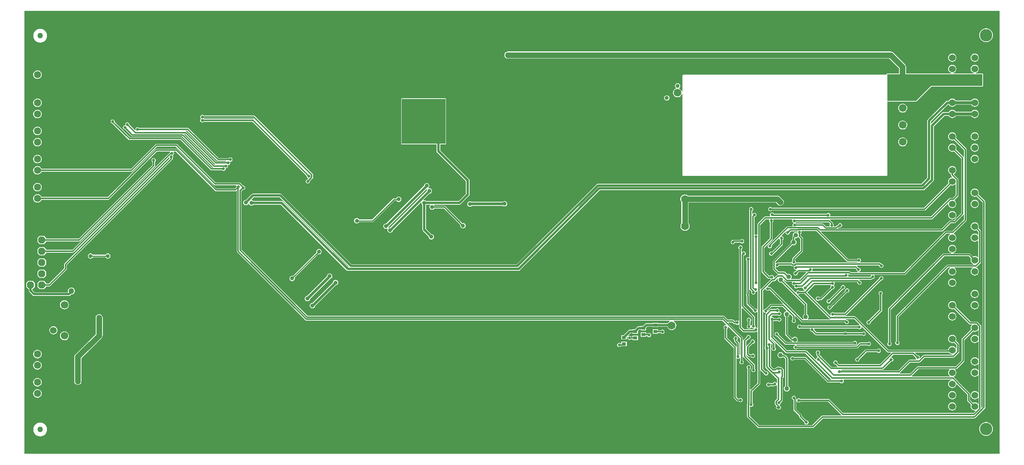
<source format=gbr>
G04 Layer_Physical_Order=2*
G04 Layer_Color=16711680*
%FSLAX45Y45*%
%MOMM*%
%TF.FileFunction,Copper,L2,Bot,Signal*%
%TF.Part,Single*%
G01*
G75*
%TA.AperFunction,SMDPad,CuDef*%
%ADD12R,0.90000X0.70000*%
%TA.AperFunction,Conductor*%
%ADD29C,0.50800*%
%ADD30C,0.30480*%
%ADD31C,1.27000*%
%ADD32C,0.60960*%
%ADD33C,0.25400*%
%ADD34C,0.63500*%
%ADD35C,1.30000*%
%TA.AperFunction,ViaPad*%
%ADD36C,1.27000*%
%TA.AperFunction,ComponentPad*%
%ADD37C,1.52400*%
%ADD38C,1.70000*%
%ADD39C,1.60000*%
G04:AMPARAMS|DCode=40|XSize=1.5748mm|YSize=1.5748mm|CornerRadius=0mm|HoleSize=0mm|Usage=FLASHONLY|Rotation=90.000|XOffset=0mm|YOffset=0mm|HoleType=Round|Shape=Octagon|*
%AMOCTAGOND40*
4,1,8,0.39370,0.78740,-0.39370,0.78740,-0.78740,0.39370,-0.78740,-0.39370,-0.39370,-0.78740,0.39370,-0.78740,0.78740,-0.39370,0.78740,0.39370,0.39370,0.78740,0.0*
%
%ADD40OCTAGOND40*%

%ADD41C,2.80000*%
%ADD42C,1.72400*%
%ADD43C,2.70000*%
%TA.AperFunction,ViaPad*%
%ADD44C,0.90000*%
%ADD45C,0.63500*%
%ADD46C,1.77800*%
%ADD47C,1.01600*%
%ADD48C,0.91440*%
G36*
X32156400Y15239999D02*
X10160000D01*
Y25239980D01*
X32156400D01*
Y15239999D01*
D02*
G37*
%LPC*%
G36*
X12039949Y19769385D02*
X12016538Y19764728D01*
X11996692Y19751466D01*
X11986659Y19736452D01*
X11706461D01*
X11696428Y19751466D01*
X11676582Y19764728D01*
X11653171Y19769385D01*
X11629760Y19764728D01*
X11609913Y19751466D01*
X11596652Y19731619D01*
X11591995Y19708209D01*
X11596652Y19684798D01*
X11609913Y19664952D01*
X11629760Y19651691D01*
X11653171Y19647034D01*
X11676582Y19651691D01*
X11696428Y19664952D01*
X11706461Y19679967D01*
X11986659D01*
X11996692Y19664952D01*
X12016538Y19651691D01*
X12039949Y19647034D01*
X12063360Y19651691D01*
X12083207Y19664952D01*
X12096468Y19684798D01*
X12101125Y19708209D01*
X12096468Y19731619D01*
X12083207Y19751466D01*
X12063360Y19764728D01*
X12039949Y19769385D01*
D02*
G37*
G36*
X16804640Y19868095D02*
X16781229Y19863438D01*
X16761383Y19850177D01*
X16748122Y19830331D01*
X16743465Y19806920D01*
X16746988Y19789209D01*
X16217831Y19260052D01*
X16200121Y19263576D01*
X16176709Y19258919D01*
X16156863Y19245657D01*
X16143600Y19225810D01*
X16138945Y19202400D01*
X16143600Y19178989D01*
X16156863Y19159143D01*
X16176709Y19145882D01*
X16200121Y19141225D01*
X16223531Y19145882D01*
X16243378Y19159143D01*
X16256639Y19178989D01*
X16261295Y19202400D01*
X16257773Y19220111D01*
X16786929Y19749268D01*
X16804640Y19745744D01*
X16828052Y19750401D01*
X16847897Y19763663D01*
X16861159Y19783508D01*
X16865816Y19806920D01*
X16861159Y19830331D01*
X16847897Y19850177D01*
X16828052Y19863438D01*
X16804640Y19868095D01*
D02*
G37*
G36*
X10454640Y17588799D02*
X10429840Y17585535D01*
X10406730Y17575961D01*
X10386885Y17560735D01*
X10371658Y17540891D01*
X10362085Y17517780D01*
X10358821Y17492979D01*
X10362085Y17468179D01*
X10371658Y17445070D01*
X10386885Y17425224D01*
X10406730Y17409998D01*
X10429840Y17400426D01*
X10454640Y17397160D01*
X10479440Y17400426D01*
X10502550Y17409998D01*
X10522395Y17425224D01*
X10537622Y17445070D01*
X10547195Y17468179D01*
X10550459Y17492979D01*
X10547195Y17517780D01*
X10537622Y17540891D01*
X10522395Y17560735D01*
X10502550Y17575961D01*
X10479440Y17585535D01*
X10454640Y17588799D01*
D02*
G37*
G36*
X11064280Y18007883D02*
X11038175Y18004446D01*
X11013848Y17994370D01*
X10992959Y17978342D01*
X10976930Y17957452D01*
X10966854Y17933125D01*
X10963417Y17907021D01*
X10966854Y17880914D01*
X10976930Y17856589D01*
X10992959Y17835699D01*
X11013848Y17819670D01*
X11038175Y17809595D01*
X11064280Y17806157D01*
X11090385Y17809595D01*
X11114711Y17819670D01*
X11135601Y17835699D01*
X11151629Y17856589D01*
X11161706Y17880914D01*
X11165143Y17907021D01*
X11161706Y17933125D01*
X11151629Y17957452D01*
X11135601Y17978342D01*
X11114711Y17994370D01*
X11090385Y18004446D01*
X11064280Y18007883D01*
D02*
G37*
G36*
X23745500Y17772780D02*
X23625500D01*
Y17732092D01*
X23611903D01*
X23609985Y17734966D01*
X23594521Y17745297D01*
X23576280Y17748926D01*
X23558038Y17745297D01*
X23542575Y17734966D01*
X23532242Y17719501D01*
X23528613Y17701260D01*
X23532242Y17683018D01*
X23542575Y17667555D01*
X23558038Y17657222D01*
X23576280Y17653593D01*
X23594521Y17657222D01*
X23609985Y17667555D01*
X23611903Y17670428D01*
X23704620D01*
X23716418Y17672775D01*
X23716428Y17672780D01*
X23745500D01*
Y17772780D01*
D02*
G37*
G36*
X10600571Y19656821D02*
X10506831D01*
X10459961Y19609950D01*
Y19516209D01*
X10506831Y19469341D01*
X10600571D01*
X10647441Y19516209D01*
Y19609950D01*
X10600571Y19656821D01*
D02*
G37*
G36*
X26344879Y20088266D02*
X26326639Y20084637D01*
X26311176Y20074306D01*
X26309256Y20071432D01*
X26156921D01*
X26156921Y20071432D01*
X26145651Y20069191D01*
X26139139Y20070486D01*
X26120898Y20066858D01*
X26105435Y20056525D01*
X26095102Y20041061D01*
X26091473Y20022820D01*
X26095102Y20004579D01*
X26105435Y19989114D01*
X26120898Y19978783D01*
X26139139Y19975154D01*
X26157382Y19978783D01*
X26172845Y19989114D01*
X26183179Y20004579D01*
X26184210Y20009769D01*
X26309256D01*
X26311176Y20006895D01*
X26326639Y19996562D01*
X26344879Y19992934D01*
X26363120Y19996562D01*
X26378586Y20006895D01*
X26388919Y20022359D01*
X26392545Y20040601D01*
X26388919Y20058841D01*
X26378586Y20074306D01*
X26363120Y20084637D01*
X26344879Y20088266D01*
D02*
G37*
G36*
X31089600Y20721867D02*
X31065793Y20718733D01*
X31043607Y20709543D01*
X31024554Y20694925D01*
X31009937Y20675873D01*
X31000748Y20653688D01*
X30997614Y20629880D01*
X31000748Y20606071D01*
X31009937Y20583887D01*
X31024554Y20564835D01*
X31043607Y20550217D01*
X31065793Y20541026D01*
X31089600Y20537894D01*
X31113409Y20541026D01*
X31135593Y20550217D01*
X31154645Y20564835D01*
X31169263Y20583887D01*
X31178452Y20606071D01*
X31181586Y20629880D01*
X31178452Y20653688D01*
X31169263Y20675873D01*
X31154645Y20694925D01*
X31135593Y20709543D01*
X31113409Y20718733D01*
X31089600Y20721867D01*
D02*
G37*
G36*
X31597601Y20975867D02*
X31573792Y20972733D01*
X31551608Y20963544D01*
X31532556Y20948924D01*
X31517938Y20929874D01*
X31508746Y20907687D01*
X31505612Y20883881D01*
X31508746Y20860072D01*
X31517938Y20837888D01*
X31532556Y20818835D01*
X31551608Y20804218D01*
X31573792Y20795027D01*
X31597601Y20791893D01*
X31621408Y20795027D01*
X31643594Y20804218D01*
X31662646Y20818835D01*
X31677264Y20837888D01*
X31686453Y20860072D01*
X31689587Y20883881D01*
X31686453Y20907687D01*
X31677264Y20929874D01*
X31662646Y20948924D01*
X31643594Y20963544D01*
X31621408Y20972733D01*
X31597601Y20975867D01*
D02*
G37*
G36*
X25059641Y21097897D02*
X25032516Y21094325D01*
X25007242Y21083856D01*
X24985538Y21067203D01*
X24968884Y21045499D01*
X24958414Y21020222D01*
X24954843Y20993100D01*
X24958414Y20965977D01*
X24968884Y20940701D01*
X24980463Y20925610D01*
Y20447678D01*
X24971423Y20435898D01*
X24960954Y20410623D01*
X24957384Y20383501D01*
X24960954Y20356377D01*
X24971423Y20331102D01*
X24988078Y20309398D01*
X25009782Y20292744D01*
X25035057Y20282274D01*
X25062180Y20278703D01*
X25089304Y20282274D01*
X25114578Y20292744D01*
X25136282Y20309398D01*
X25152936Y20331102D01*
X25163406Y20356377D01*
X25166977Y20383501D01*
X25163406Y20410623D01*
X25152936Y20435898D01*
X25138817Y20454298D01*
Y20913924D01*
X27109644D01*
X27152493Y20871072D01*
X27168893Y20858490D01*
X27187988Y20850580D01*
X27208481Y20847882D01*
X27228973Y20850580D01*
X27248068Y20858490D01*
X27264468Y20871072D01*
X27277051Y20887471D01*
X27284961Y20906567D01*
X27287659Y20927060D01*
X27284961Y20947552D01*
X27277051Y20966647D01*
X27264468Y20983047D01*
X27198428Y21049088D01*
X27182028Y21061670D01*
X27162933Y21069579D01*
X27142441Y21072276D01*
X25127129D01*
X25112038Y21083856D01*
X25086763Y21094325D01*
X25059641Y21097897D01*
D02*
G37*
G36*
X11846580Y18395137D02*
X11826087Y18392439D01*
X11806991Y18384531D01*
X11790593Y18371947D01*
X11778010Y18355550D01*
X11770101Y18336453D01*
X11767403Y18315961D01*
Y17947437D01*
X11310513Y17490547D01*
X11297930Y17474149D01*
X11290021Y17455054D01*
X11287323Y17434560D01*
Y16878300D01*
X11290021Y16857806D01*
X11297930Y16838712D01*
X11310513Y16822313D01*
X11326911Y16809731D01*
X11346007Y16801820D01*
X11366500Y16799123D01*
X11386993Y16801820D01*
X11406089Y16809731D01*
X11422487Y16822313D01*
X11435070Y16838712D01*
X11442979Y16857806D01*
X11445677Y16878300D01*
Y17401764D01*
X11902566Y17858652D01*
X11902567Y17858653D01*
X11915150Y17875050D01*
X11923059Y17894147D01*
X11925757Y17914639D01*
Y18315961D01*
X11923059Y18336453D01*
X11915150Y18355550D01*
X11902567Y18371947D01*
X11886169Y18384531D01*
X11867073Y18392439D01*
X11846580Y18395137D01*
D02*
G37*
G36*
X13075920Y21917065D02*
X13057680Y21913438D01*
X13042215Y21903105D01*
X13031882Y21887640D01*
X13028255Y21869400D01*
X13031882Y21851160D01*
X13042215Y21835695D01*
X13045088Y21833775D01*
Y21760251D01*
X11386749Y20101912D01*
X10647441D01*
Y20117950D01*
X10600571Y20164819D01*
X10506831D01*
X10459961Y20117950D01*
Y20024210D01*
X10506831Y19977341D01*
X10600571D01*
X10647441Y20024210D01*
Y20040248D01*
X11399519D01*
X11399520Y20040247D01*
X11411319Y20042595D01*
X11421322Y20049278D01*
X13097720Y21725677D01*
X13097722Y21725677D01*
X13104405Y21735681D01*
X13106754Y21747479D01*
X13106752Y21747481D01*
Y21833775D01*
X13109625Y21835695D01*
X13119958Y21851160D01*
X13123586Y21869400D01*
X13119958Y21887640D01*
X13109625Y21903105D01*
X13094160Y21913438D01*
X13075920Y21917065D01*
D02*
G37*
G36*
X31597601Y20467867D02*
X31573792Y20464732D01*
X31551608Y20455544D01*
X31532556Y20440926D01*
X31517938Y20421873D01*
X31508746Y20399689D01*
X31505612Y20375880D01*
X31508746Y20352072D01*
X31517938Y20329887D01*
X31532556Y20310835D01*
X31551608Y20296217D01*
X31573792Y20287027D01*
X31597601Y20283893D01*
X31621408Y20287027D01*
X31636569Y20293307D01*
X31675989Y20253889D01*
Y20189291D01*
X31663962Y20185208D01*
X31662646Y20186925D01*
X31643594Y20201543D01*
X31621408Y20210733D01*
X31597601Y20213867D01*
X31573792Y20210733D01*
X31551608Y20201543D01*
X31532556Y20186925D01*
X31517938Y20167873D01*
X31508746Y20145688D01*
X31505612Y20121880D01*
X31508746Y20098071D01*
X31517938Y20075887D01*
X31532556Y20056834D01*
X31551608Y20042216D01*
X31573792Y20033028D01*
X31597601Y20029893D01*
X31621408Y20033028D01*
X31643594Y20042216D01*
X31662646Y20056834D01*
X31663962Y20058553D01*
X31675989Y20054469D01*
Y19681291D01*
X31663962Y19677208D01*
X31662646Y19678925D01*
X31643594Y19693542D01*
X31621408Y19702733D01*
X31597601Y19705867D01*
X31573792Y19702733D01*
X31558630Y19696452D01*
X31497482Y19757602D01*
X31487479Y19764285D01*
X31475681Y19766634D01*
X31475677Y19766632D01*
X31115405D01*
X31113409Y19779027D01*
X31135593Y19788217D01*
X31154645Y19802835D01*
X31169263Y19821887D01*
X31178452Y19844072D01*
X31181586Y19867880D01*
X31178452Y19891689D01*
X31169263Y19913873D01*
X31154645Y19932925D01*
X31135593Y19947543D01*
X31113409Y19956734D01*
X31089600Y19959866D01*
X31065793Y19956734D01*
X31043607Y19947543D01*
X31024554Y19932925D01*
X31009937Y19913873D01*
X31000748Y19891689D01*
X30997614Y19867880D01*
X31000748Y19844072D01*
X31009937Y19821887D01*
X31024554Y19802835D01*
X31043607Y19788217D01*
X31065793Y19779027D01*
X31063794Y19766632D01*
X30896561D01*
X30884760Y19764285D01*
X30874759Y19757602D01*
X30874759Y19757600D01*
X29650479Y18533322D01*
X29643796Y18523318D01*
X29641446Y18511520D01*
X29641449Y18511519D01*
Y17759744D01*
X29638574Y17757825D01*
X29628241Y17742361D01*
X29624615Y17724120D01*
X29628241Y17705879D01*
X29638574Y17690414D01*
X29654037Y17680083D01*
X29672281Y17676454D01*
X29690521Y17680083D01*
X29705984Y17690414D01*
X29716318Y17705879D01*
X29719946Y17724120D01*
X29716318Y17742361D01*
X29705984Y17757825D01*
X29703113Y17759744D01*
Y18498749D01*
X30909332Y19704968D01*
X31462909D01*
X31515027Y19652849D01*
X31508746Y19637688D01*
X31505612Y19613879D01*
X31508746Y19590073D01*
X31517938Y19567886D01*
X31532556Y19548836D01*
X31551608Y19534216D01*
X31566925Y19527872D01*
X31564398Y19515172D01*
X30990540D01*
X30990540Y19515173D01*
X30978741Y19512825D01*
X30968738Y19506142D01*
X30968738Y19506142D01*
X29828278Y18365681D01*
X29821594Y18355679D01*
X29819247Y18343880D01*
X29819247Y18343880D01*
Y17782603D01*
X29816376Y17780685D01*
X29806042Y17765221D01*
X29802414Y17746980D01*
X29806042Y17728738D01*
X29816376Y17713275D01*
X29831839Y17702942D01*
X29850079Y17699313D01*
X29868320Y17702942D01*
X29883786Y17713275D01*
X29894119Y17728738D01*
X29897745Y17746980D01*
X29894119Y17765221D01*
X29883786Y17780685D01*
X29880911Y17782603D01*
Y18331110D01*
X31003311Y19453508D01*
X31044135D01*
X31046661Y19440808D01*
X31043607Y19439543D01*
X31024554Y19424925D01*
X31009937Y19405873D01*
X31000748Y19383688D01*
X30997614Y19359880D01*
X31000748Y19336072D01*
X31009937Y19313887D01*
X31024554Y19294835D01*
X31043607Y19280217D01*
X31065793Y19271027D01*
X31089600Y19267892D01*
X31113409Y19271027D01*
X31135593Y19280217D01*
X31154645Y19294835D01*
X31169263Y19313887D01*
X31178452Y19336072D01*
X31181586Y19359880D01*
X31178452Y19383688D01*
X31169263Y19405873D01*
X31154645Y19424925D01*
X31135593Y19439543D01*
X31132541Y19440808D01*
X31135068Y19453508D01*
X31552133D01*
X31554660Y19440808D01*
X31551608Y19439543D01*
X31532556Y19424925D01*
X31517938Y19405873D01*
X31508746Y19383688D01*
X31505612Y19359880D01*
X31508746Y19336072D01*
X31517938Y19313887D01*
X31532556Y19294835D01*
X31551608Y19280217D01*
X31573792Y19271027D01*
X31597601Y19267892D01*
X31621408Y19271027D01*
X31643594Y19280217D01*
X31662646Y19294835D01*
X31677264Y19313887D01*
X31686453Y19336072D01*
X31689587Y19359880D01*
X31686453Y19383688D01*
X31677264Y19405873D01*
X31662646Y19424925D01*
X31643594Y19439543D01*
X31635257Y19442998D01*
X31634955Y19451488D01*
X31635794Y19456520D01*
X31644803Y19462538D01*
X31728622Y19546358D01*
X31728622Y19546358D01*
X31735306Y19556361D01*
X31737653Y19568159D01*
Y20266660D01*
X31737653Y20266660D01*
X31735306Y20278459D01*
X31728622Y20288461D01*
X31728622Y20288461D01*
X31680173Y20336911D01*
X31686453Y20352072D01*
X31689587Y20375880D01*
X31686453Y20399689D01*
X31677264Y20421873D01*
X31662646Y20440926D01*
X31643594Y20455544D01*
X31621408Y20464732D01*
X31597601Y20467867D01*
D02*
G37*
G36*
X10454640Y17334799D02*
X10429840Y17331535D01*
X10406730Y17321962D01*
X10386885Y17306734D01*
X10371658Y17286890D01*
X10362085Y17263780D01*
X10358821Y17238980D01*
X10362085Y17214180D01*
X10371658Y17191071D01*
X10386885Y17171225D01*
X10406730Y17155998D01*
X10429840Y17146425D01*
X10454640Y17143161D01*
X10479440Y17146425D01*
X10502550Y17155998D01*
X10522395Y17171225D01*
X10537622Y17191071D01*
X10547195Y17214180D01*
X10550459Y17238980D01*
X10547195Y17263780D01*
X10537622Y17286890D01*
X10522395Y17306734D01*
X10502550Y17321962D01*
X10479440Y17331535D01*
X10454640Y17334799D01*
D02*
G37*
G36*
X10600571Y19402820D02*
X10506831D01*
X10459961Y19355949D01*
Y19262210D01*
X10506831Y19215340D01*
X10600571D01*
X10647441Y19262210D01*
Y19355949D01*
X10600571Y19402820D01*
D02*
G37*
G36*
X17178020Y19169595D02*
X17154610Y19164938D01*
X17134763Y19151677D01*
X17121501Y19131831D01*
X17117938Y19113916D01*
X16651823Y18647803D01*
X16633910Y18644238D01*
X16614062Y18630977D01*
X16600801Y18611131D01*
X16596146Y18587720D01*
X16600801Y18564310D01*
X16614062Y18544463D01*
X16633910Y18531201D01*
X16657320Y18526546D01*
X16680731Y18531201D01*
X16700577Y18544463D01*
X16713840Y18564310D01*
X16717403Y18582224D01*
X17183516Y19048338D01*
X17201431Y19051901D01*
X17221277Y19065163D01*
X17234538Y19085008D01*
X17239195Y19108420D01*
X17234538Y19131831D01*
X17221277Y19151677D01*
X17201431Y19164938D01*
X17178020Y19169595D01*
D02*
G37*
G36*
X17045940Y19314375D02*
X17022530Y19309718D01*
X17002682Y19296457D01*
X16989421Y19276611D01*
X16985858Y19258696D01*
X16537523Y18810362D01*
X16519609Y18806799D01*
X16499763Y18793536D01*
X16486501Y18773691D01*
X16481845Y18750281D01*
X16486501Y18726869D01*
X16499763Y18707024D01*
X16519609Y18693761D01*
X16543021Y18689105D01*
X16566431Y18693761D01*
X16586276Y18707024D01*
X16599539Y18726869D01*
X16603102Y18744783D01*
X17051436Y19193118D01*
X17069351Y19196681D01*
X17089197Y19209943D01*
X17102460Y19229790D01*
X17107115Y19253200D01*
X17102460Y19276611D01*
X17089197Y19296457D01*
X17069351Y19309718D01*
X17045940Y19314375D01*
D02*
G37*
G36*
X28625800Y19054486D02*
X28607559Y19050858D01*
X28592096Y19040524D01*
X28581763Y19025061D01*
X28578134Y19006821D01*
X28579651Y18999194D01*
X28312964Y18732507D01*
X28303220Y18734447D01*
X28284979Y18730818D01*
X28269516Y18720485D01*
X28259183Y18705022D01*
X28255554Y18686780D01*
X28259183Y18668539D01*
X28269516Y18653075D01*
X28284979Y18642741D01*
X28303220Y18639114D01*
X28321460Y18642741D01*
X28336926Y18653075D01*
X28347260Y18668539D01*
X28350003Y18682339D01*
X28627072Y18959407D01*
X28644040Y18962782D01*
X28659506Y18973116D01*
X28669839Y18988579D01*
X28673465Y19006821D01*
X28669839Y19025061D01*
X28659506Y19040524D01*
X28644040Y19050858D01*
X28625800Y19054486D01*
D02*
G37*
G36*
X11064280Y18708884D02*
X11038175Y18705446D01*
X11013848Y18695370D01*
X10992959Y18679341D01*
X10976930Y18658450D01*
X10966854Y18634125D01*
X10963417Y18608020D01*
X10966854Y18581915D01*
X10976930Y18557588D01*
X10992959Y18536699D01*
X11013848Y18520670D01*
X11038175Y18510594D01*
X11064280Y18507156D01*
X11090385Y18510594D01*
X11114711Y18520670D01*
X11135601Y18536699D01*
X11151629Y18557588D01*
X11161706Y18581915D01*
X11165143Y18608020D01*
X11161706Y18634125D01*
X11151629Y18658450D01*
X11135601Y18679341D01*
X11114711Y18695370D01*
X11090385Y18705446D01*
X11064280Y18708884D01*
D02*
G37*
G36*
X29474161Y18914786D02*
X29455920Y18911159D01*
X29440454Y18900826D01*
X29430121Y18885361D01*
X29426495Y18867120D01*
X29430121Y18848878D01*
X29440454Y18833415D01*
X29443329Y18831496D01*
Y18493811D01*
X29205768Y18256252D01*
X29202380Y18256926D01*
X29184140Y18253297D01*
X29168674Y18242966D01*
X29158344Y18227501D01*
X29154715Y18209261D01*
X29158344Y18191019D01*
X29168674Y18175555D01*
X29184140Y18165222D01*
X29202380Y18161594D01*
X29220621Y18165222D01*
X29236084Y18175555D01*
X29246417Y18191019D01*
X29250046Y18209261D01*
X29249371Y18212648D01*
X29495963Y18459238D01*
X29495963Y18459238D01*
X29502646Y18469241D01*
X29504993Y18481039D01*
X29504993Y18481041D01*
Y18831496D01*
X29507864Y18833415D01*
X29518198Y18848878D01*
X29521826Y18867120D01*
X29518198Y18885361D01*
X29507864Y18900826D01*
X29492401Y18911159D01*
X29474161Y18914786D01*
D02*
G37*
G36*
X31089600Y18435867D02*
X31065793Y18432733D01*
X31043607Y18423543D01*
X31024554Y18408925D01*
X31009937Y18389873D01*
X31000748Y18367688D01*
X30997614Y18343880D01*
X31000748Y18320071D01*
X31009937Y18297887D01*
X31024554Y18278835D01*
X31043607Y18264217D01*
X31065793Y18255026D01*
X31089600Y18251894D01*
X31113409Y18255026D01*
X31135593Y18264217D01*
X31154645Y18278835D01*
X31169263Y18297887D01*
X31178452Y18320071D01*
X31181586Y18343880D01*
X31178452Y18367688D01*
X31169263Y18389873D01*
X31154645Y18408925D01*
X31135593Y18423543D01*
X31113409Y18432733D01*
X31089600Y18435867D01*
D02*
G37*
G36*
X31597601Y18689867D02*
X31573792Y18686732D01*
X31551608Y18677544D01*
X31532556Y18662926D01*
X31517938Y18643874D01*
X31508746Y18621687D01*
X31505612Y18597881D01*
X31508746Y18574072D01*
X31517938Y18551888D01*
X31532556Y18532835D01*
X31551608Y18518217D01*
X31573792Y18509027D01*
X31597601Y18505893D01*
X31621408Y18509027D01*
X31643594Y18518217D01*
X31662646Y18532835D01*
X31677264Y18551888D01*
X31686453Y18574072D01*
X31689587Y18597881D01*
X31686453Y18621687D01*
X31677264Y18643874D01*
X31662646Y18662926D01*
X31643594Y18677544D01*
X31621408Y18686732D01*
X31597601Y18689867D01*
D02*
G37*
G36*
X10815280Y18124507D02*
X10791472Y18121371D01*
X10769287Y18112183D01*
X10750236Y18097565D01*
X10735617Y18078513D01*
X10726428Y18056328D01*
X10723293Y18032520D01*
X10726428Y18008711D01*
X10735617Y17986526D01*
X10750236Y17967474D01*
X10769287Y17952856D01*
X10791472Y17943668D01*
X10815280Y17940533D01*
X10839088Y17943668D01*
X10861274Y17952856D01*
X10880325Y17967474D01*
X10894943Y17986526D01*
X10904133Y18008711D01*
X10907267Y18032520D01*
X10904133Y18056328D01*
X10894943Y18078513D01*
X10880325Y18097565D01*
X10861274Y18112183D01*
X10839088Y18121371D01*
X10815280Y18124507D01*
D02*
G37*
G36*
X31089600Y19197867D02*
X31065793Y19194733D01*
X31043607Y19185542D01*
X31024554Y19170924D01*
X31009937Y19151872D01*
X31000748Y19129688D01*
X30997614Y19105881D01*
X31000748Y19082072D01*
X31009937Y19059888D01*
X31024554Y19040836D01*
X31043607Y19026218D01*
X31065793Y19017027D01*
X31089600Y19013893D01*
X31113409Y19017027D01*
X31135593Y19026218D01*
X31154645Y19040836D01*
X31169263Y19059888D01*
X31178452Y19082072D01*
X31181586Y19105881D01*
X31178452Y19129688D01*
X31169263Y19151872D01*
X31154645Y19170924D01*
X31135593Y19185542D01*
X31113409Y19194733D01*
X31089600Y19197867D01*
D02*
G37*
G36*
X24184920Y17983600D02*
X24064920D01*
Y17883600D01*
X24184920D01*
Y17902768D01*
X24207861D01*
X24215675Y17891075D01*
X24231139Y17880742D01*
X24249380Y17877113D01*
X24267621Y17880742D01*
X24283086Y17891075D01*
X24293417Y17906538D01*
X24297046Y17924780D01*
X24293417Y17943021D01*
X24283086Y17958485D01*
X24267621Y17968819D01*
X24249380Y17972446D01*
X24231139Y17968819D01*
X24224576Y17964432D01*
X24184920D01*
Y17983600D01*
D02*
G37*
G36*
X24454160Y18052180D02*
X24334160D01*
Y17952180D01*
X24454160D01*
Y17971349D01*
X24513518D01*
X24517935Y17964735D01*
X24533398Y17954402D01*
X24551640Y17950774D01*
X24569881Y17954402D01*
X24585345Y17964735D01*
X24595679Y17980199D01*
X24599306Y17998441D01*
X24595679Y18016681D01*
X24585345Y18032146D01*
X24569881Y18042477D01*
X24551640Y18046106D01*
X24533398Y18042477D01*
X24519234Y18033012D01*
X24454160D01*
Y18052180D01*
D02*
G37*
G36*
X31597601Y18943867D02*
X31573792Y18940733D01*
X31551608Y18931543D01*
X31532556Y18916925D01*
X31517938Y18897873D01*
X31508746Y18875688D01*
X31505612Y18851880D01*
X31508746Y18828072D01*
X31517938Y18805887D01*
X31532556Y18786835D01*
X31551608Y18772217D01*
X31573792Y18763026D01*
X31597601Y18759892D01*
X31621408Y18763026D01*
X31643594Y18772217D01*
X31662646Y18786835D01*
X31677264Y18805887D01*
X31686453Y18828072D01*
X31689587Y18851880D01*
X31686453Y18875688D01*
X31677264Y18897873D01*
X31662646Y18916925D01*
X31643594Y18931543D01*
X31621408Y18940733D01*
X31597601Y18943867D01*
D02*
G37*
G36*
X10346571Y19148820D02*
X10252831D01*
X10205961Y19101950D01*
Y19008211D01*
X10252831Y18961340D01*
X10258509D01*
Y18930618D01*
X10261645Y18914856D01*
X10270574Y18901492D01*
X10354393Y18817673D01*
X10367757Y18808743D01*
X10383520Y18805609D01*
X11170920D01*
X11186683Y18808743D01*
X11200047Y18817673D01*
X11221186Y18838812D01*
X11221720Y18838744D01*
X11242213Y18841441D01*
X11261309Y18849350D01*
X11277707Y18861932D01*
X11290290Y18878331D01*
X11298199Y18897427D01*
X11300897Y18917920D01*
X11298199Y18938412D01*
X11290290Y18957509D01*
X11277707Y18973907D01*
X11261309Y18986490D01*
X11242213Y18994398D01*
X11221720Y18997096D01*
X11201227Y18994398D01*
X11182131Y18986490D01*
X11165733Y18973907D01*
X11153150Y18957509D01*
X11145241Y18938412D01*
X11142543Y18917920D01*
X11144811Y18900693D01*
X11137140Y18887991D01*
X10400582D01*
X10340892Y18947681D01*
Y18961340D01*
X10346571D01*
X10393441Y19008211D01*
Y19101950D01*
X10346571Y19148820D01*
D02*
G37*
G36*
X28719781Y18978287D02*
X28701538Y18974658D01*
X28686075Y18964325D01*
X28675742Y18948862D01*
X28672113Y18930620D01*
X28672787Y18927232D01*
X28334982Y18589426D01*
X28320999Y18592206D01*
X28302759Y18588577D01*
X28287296Y18578246D01*
X28276962Y18562781D01*
X28273334Y18544540D01*
X28276962Y18526299D01*
X28287296Y18510835D01*
X28302759Y18500502D01*
X28320999Y18496873D01*
X28339240Y18500502D01*
X28354706Y18510835D01*
X28365039Y18526299D01*
X28366522Y18533757D01*
X28716391Y18883627D01*
X28719781Y18882954D01*
X28738022Y18886581D01*
X28753485Y18896915D01*
X28763818Y18912379D01*
X28767447Y18930620D01*
X28763818Y18948862D01*
X28753485Y18964325D01*
X28738022Y18974658D01*
X28719781Y18978287D01*
D02*
G37*
G36*
X20990559Y20950134D02*
X20967149Y20945479D01*
X20951962Y20935332D01*
X20241776D01*
X20234190Y20940399D01*
X20210780Y20945055D01*
X20187369Y20940399D01*
X20167523Y20927138D01*
X20154260Y20907291D01*
X20149605Y20883881D01*
X20154260Y20860469D01*
X20167523Y20840622D01*
X20187369Y20827361D01*
X20210780Y20822704D01*
X20234190Y20827361D01*
X20254037Y20840622D01*
X20255351Y20842589D01*
X20951962D01*
X20967149Y20832442D01*
X20990559Y20827785D01*
X21013971Y20832442D01*
X21033817Y20845703D01*
X21047079Y20865549D01*
X21051735Y20888960D01*
X21047079Y20912370D01*
X21033817Y20932217D01*
X21013971Y20945479D01*
X20990559Y20950134D01*
D02*
G37*
G36*
X10515600Y15946629D02*
X10485273Y15943642D01*
X10456112Y15934796D01*
X10429237Y15920432D01*
X10405681Y15901099D01*
X10386349Y15877544D01*
X10371984Y15850668D01*
X10363138Y15821507D01*
X10360151Y15791180D01*
X10363138Y15760854D01*
X10371984Y15731693D01*
X10386349Y15704817D01*
X10405681Y15681261D01*
X10429237Y15661929D01*
X10456112Y15647565D01*
X10485273Y15638718D01*
X10515600Y15635732D01*
X10545927Y15638718D01*
X10575088Y15647565D01*
X10601963Y15661929D01*
X10625519Y15681261D01*
X10644851Y15704817D01*
X10659216Y15731693D01*
X10668062Y15760854D01*
X10671049Y15791180D01*
X10668062Y15821507D01*
X10659216Y15850668D01*
X10644851Y15877544D01*
X10625519Y15901099D01*
X10601963Y15920432D01*
X10575088Y15934796D01*
X10545927Y15943642D01*
X10515600Y15946629D01*
D02*
G37*
G36*
X29972000Y22768494D02*
X29945581Y22765015D01*
X29920963Y22754819D01*
X29899823Y22738597D01*
X29883603Y22717458D01*
X29873404Y22692839D01*
X29869928Y22666420D01*
X29873404Y22640001D01*
X29883603Y22615382D01*
X29899823Y22594243D01*
X29920963Y22578021D01*
X29945581Y22567825D01*
X29972000Y22564346D01*
X29998419Y22567825D01*
X30023038Y22578021D01*
X30044177Y22594243D01*
X30060397Y22615382D01*
X30070596Y22640001D01*
X30074072Y22666420D01*
X30070596Y22692839D01*
X30060397Y22717458D01*
X30044177Y22738597D01*
X30023038Y22754819D01*
X29998419Y22765015D01*
X29972000Y22768494D01*
D02*
G37*
G36*
Y23149493D02*
X29945581Y23146014D01*
X29920963Y23135818D01*
X29899823Y23119597D01*
X29883603Y23098457D01*
X29873404Y23073839D01*
X29869928Y23047420D01*
X29873404Y23021001D01*
X29883603Y22996384D01*
X29899823Y22975243D01*
X29920963Y22959023D01*
X29945581Y22948825D01*
X29972000Y22945348D01*
X29998419Y22948825D01*
X30023038Y22959023D01*
X30044177Y22975243D01*
X30060397Y22996384D01*
X30070596Y23021001D01*
X30074072Y23047420D01*
X30070596Y23073839D01*
X30060397Y23098457D01*
X30044177Y23119597D01*
X30023038Y23135818D01*
X29998419Y23146014D01*
X29972000Y23149493D01*
D02*
G37*
G36*
X10454640Y23011699D02*
X10429840Y23008435D01*
X10406730Y22998862D01*
X10386885Y22983633D01*
X10371658Y22963789D01*
X10362085Y22940680D01*
X10358821Y22915880D01*
X10362085Y22891080D01*
X10371658Y22867970D01*
X10386885Y22848126D01*
X10406730Y22832898D01*
X10429840Y22823325D01*
X10454640Y22820061D01*
X10479440Y22823325D01*
X10502550Y22832898D01*
X10522395Y22848126D01*
X10537622Y22867970D01*
X10547195Y22891080D01*
X10550459Y22915880D01*
X10547195Y22940680D01*
X10537622Y22963789D01*
X10522395Y22983633D01*
X10502550Y22998862D01*
X10479440Y23008435D01*
X10454640Y23011699D01*
D02*
G37*
G36*
X31851599Y15959630D02*
X31821216Y15956638D01*
X31791998Y15947774D01*
X31765070Y15933382D01*
X31741467Y15914012D01*
X31722098Y15890410D01*
X31707706Y15863483D01*
X31698843Y15834265D01*
X31695850Y15803880D01*
X31698843Y15773495D01*
X31707706Y15744276D01*
X31722098Y15717349D01*
X31741467Y15693748D01*
X31765070Y15674379D01*
X31791998Y15659985D01*
X31821216Y15651123D01*
X31851599Y15648129D01*
X31881985Y15651123D01*
X31911203Y15659985D01*
X31938129Y15674379D01*
X31961731Y15693748D01*
X31981100Y15717349D01*
X31995493Y15744276D01*
X32004358Y15773495D01*
X32007349Y15803880D01*
X32004358Y15834265D01*
X31995493Y15863483D01*
X31981100Y15890410D01*
X31961731Y15914012D01*
X31938129Y15933382D01*
X31911203Y15947774D01*
X31881985Y15956638D01*
X31851599Y15959630D01*
D02*
G37*
G36*
X10454640Y22376698D02*
X10429840Y22373434D01*
X10406730Y22363863D01*
X10386885Y22348634D01*
X10371658Y22328790D01*
X10362085Y22305679D01*
X10358821Y22280881D01*
X10362085Y22256081D01*
X10371658Y22232970D01*
X10386885Y22213126D01*
X10406730Y22197897D01*
X10429840Y22188326D01*
X10454640Y22185062D01*
X10479440Y22188326D01*
X10502550Y22197897D01*
X10522395Y22213126D01*
X10537622Y22232970D01*
X10547195Y22256081D01*
X10550459Y22280881D01*
X10547195Y22305679D01*
X10537622Y22328790D01*
X10522395Y22348634D01*
X10502550Y22363863D01*
X10479440Y22373434D01*
X10454640Y22376698D01*
D02*
G37*
G36*
Y22630699D02*
X10429840Y22627435D01*
X10406730Y22617862D01*
X10386885Y22602634D01*
X10371658Y22582790D01*
X10362085Y22559680D01*
X10358821Y22534880D01*
X10362085Y22510080D01*
X10371658Y22486971D01*
X10386885Y22467126D01*
X10406730Y22451898D01*
X10429840Y22442325D01*
X10454640Y22439061D01*
X10479440Y22442325D01*
X10502550Y22451898D01*
X10522395Y22467126D01*
X10537622Y22486971D01*
X10547195Y22510080D01*
X10550459Y22534880D01*
X10547195Y22559680D01*
X10537622Y22582790D01*
X10522395Y22602634D01*
X10502550Y22617862D01*
X10479440Y22627435D01*
X10454640Y22630699D01*
D02*
G37*
G36*
X31597601Y22499867D02*
X31573792Y22496733D01*
X31551608Y22487543D01*
X31532556Y22472925D01*
X31517938Y22453873D01*
X31508746Y22431688D01*
X31505612Y22407880D01*
X31508746Y22384071D01*
X31517938Y22361887D01*
X31532556Y22342834D01*
X31551608Y22328217D01*
X31573792Y22319028D01*
X31597601Y22315894D01*
X31621408Y22319028D01*
X31643594Y22328217D01*
X31662646Y22342834D01*
X31677264Y22361887D01*
X31686453Y22384071D01*
X31689587Y22407880D01*
X31686453Y22431688D01*
X31677264Y22453873D01*
X31662646Y22472925D01*
X31643594Y22487543D01*
X31621408Y22496733D01*
X31597601Y22499867D01*
D02*
G37*
G36*
X10454640Y23265698D02*
X10429840Y23262434D01*
X10406730Y23252863D01*
X10386885Y23237634D01*
X10371658Y23217790D01*
X10362085Y23194679D01*
X10358821Y23169881D01*
X10362085Y23145081D01*
X10371658Y23121970D01*
X10386885Y23102126D01*
X10406730Y23086897D01*
X10429840Y23077325D01*
X10454640Y23074062D01*
X10479440Y23077325D01*
X10502550Y23086897D01*
X10522395Y23102126D01*
X10537622Y23121970D01*
X10547195Y23145081D01*
X10550459Y23169881D01*
X10547195Y23194679D01*
X10537622Y23217790D01*
X10522395Y23237634D01*
X10502550Y23252863D01*
X10479440Y23262434D01*
X10454640Y23265698D01*
D02*
G37*
G36*
X31597601Y24277867D02*
X31573792Y24274733D01*
X31551608Y24265543D01*
X31532556Y24250925D01*
X31517938Y24231873D01*
X31508746Y24209688D01*
X31505612Y24185880D01*
X31508746Y24162073D01*
X31517938Y24139886D01*
X31532556Y24120834D01*
X31551608Y24106216D01*
X31573792Y24097028D01*
X31597601Y24093893D01*
X31621408Y24097028D01*
X31643594Y24106216D01*
X31662646Y24120834D01*
X31677264Y24139886D01*
X31686453Y24162073D01*
X31689587Y24185880D01*
X31686453Y24209688D01*
X31677264Y24231873D01*
X31662646Y24250925D01*
X31643594Y24265543D01*
X31621408Y24274733D01*
X31597601Y24277867D01*
D02*
G37*
G36*
X31089600D02*
X31065793Y24274733D01*
X31043607Y24265543D01*
X31024554Y24250925D01*
X31009937Y24231873D01*
X31000748Y24209688D01*
X30997614Y24185880D01*
X31000748Y24162073D01*
X31009937Y24139886D01*
X31024554Y24120834D01*
X31043607Y24106216D01*
X31065793Y24097028D01*
X31089600Y24093893D01*
X31113409Y24097028D01*
X31135593Y24106216D01*
X31154645Y24120834D01*
X31169263Y24139886D01*
X31178452Y24162073D01*
X31181586Y24185880D01*
X31178452Y24209688D01*
X31169263Y24231873D01*
X31154645Y24250925D01*
X31135593Y24265543D01*
X31113409Y24274733D01*
X31089600Y24277867D01*
D02*
G37*
G36*
X31851599Y24849631D02*
X31821216Y24846637D01*
X31791998Y24837775D01*
X31765070Y24823381D01*
X31741467Y24804012D01*
X31722098Y24780409D01*
X31707706Y24753484D01*
X31698843Y24724265D01*
X31695850Y24693880D01*
X31698843Y24663495D01*
X31707706Y24634277D01*
X31722098Y24607350D01*
X31741467Y24583748D01*
X31765070Y24564378D01*
X31791998Y24549986D01*
X31821216Y24541122D01*
X31851599Y24538130D01*
X31881985Y24541122D01*
X31911203Y24549986D01*
X31938129Y24564378D01*
X31961731Y24583748D01*
X31981100Y24607350D01*
X31995493Y24634277D01*
X32004358Y24663495D01*
X32007349Y24693880D01*
X32004358Y24724265D01*
X31995493Y24753484D01*
X31981100Y24780409D01*
X31961731Y24804012D01*
X31938129Y24823381D01*
X31911203Y24837775D01*
X31881985Y24846637D01*
X31851599Y24849631D01*
D02*
G37*
G36*
X10515600Y24836629D02*
X10485273Y24833643D01*
X10456112Y24824796D01*
X10429237Y24810431D01*
X10405681Y24791100D01*
X10386349Y24767543D01*
X10371984Y24740668D01*
X10363138Y24711507D01*
X10360151Y24681180D01*
X10363138Y24650853D01*
X10371984Y24621692D01*
X10386349Y24594817D01*
X10405681Y24571262D01*
X10429237Y24551929D01*
X10456112Y24537564D01*
X10485273Y24528719D01*
X10515600Y24525731D01*
X10545927Y24528719D01*
X10575088Y24537564D01*
X10601963Y24551929D01*
X10625519Y24571262D01*
X10644851Y24594817D01*
X10659216Y24621692D01*
X10668062Y24650853D01*
X10671049Y24681180D01*
X10668062Y24711507D01*
X10659216Y24740668D01*
X10644851Y24767543D01*
X10625519Y24791100D01*
X10601963Y24810431D01*
X10575088Y24824796D01*
X10545927Y24833643D01*
X10515600Y24836629D01*
D02*
G37*
G36*
X31597601Y23261867D02*
X31573792Y23258733D01*
X31551608Y23249544D01*
X31532556Y23234924D01*
X31519220Y23217546D01*
X31167981D01*
X31154645Y23234924D01*
X31135593Y23249544D01*
X31113409Y23258733D01*
X31089600Y23261867D01*
X31065793Y23258733D01*
X31043607Y23249544D01*
X31024554Y23234924D01*
X31009937Y23215874D01*
X31007947Y23211070D01*
X30976465D01*
X30960703Y23207936D01*
X30947339Y23199007D01*
X30537473Y22789142D01*
X30528543Y22775778D01*
X30525409Y22760014D01*
Y21471758D01*
X30395044Y21341391D01*
X23099445D01*
X23083682Y21338255D01*
X23070319Y21329327D01*
X21263983Y19522990D01*
X17543062D01*
X15960007Y21106047D01*
X15946643Y21114977D01*
X15930881Y21118111D01*
X15318739D01*
X15302977Y21114977D01*
X15289613Y21106047D01*
X15158617Y20975050D01*
X15156180Y20975536D01*
X15132768Y20970879D01*
X15112923Y20957617D01*
X15099661Y20937772D01*
X15095004Y20914360D01*
X15099661Y20890948D01*
X15112923Y20871103D01*
X15132768Y20857841D01*
X15156180Y20853185D01*
X15179591Y20857841D01*
X15199437Y20871103D01*
X15212698Y20890948D01*
X15212700Y20890958D01*
X15225648D01*
X15226662Y20885869D01*
X15239923Y20866023D01*
X15259769Y20852760D01*
X15283180Y20848105D01*
X15306590Y20852760D01*
X15326437Y20866023D01*
X15327818Y20868089D01*
X15944298D01*
X17425752Y19386633D01*
X17439117Y19377704D01*
X17454880Y19374570D01*
X21308060D01*
X21323824Y19377704D01*
X21337187Y19386633D01*
X23143762Y21193208D01*
X30439359D01*
X30455124Y21196344D01*
X30468488Y21205273D01*
X30661526Y21398312D01*
X30670456Y21411678D01*
X30673590Y21427440D01*
Y22637198D01*
X30911081Y22874689D01*
X31007947D01*
X31009937Y22869887D01*
X31024554Y22850835D01*
X31043607Y22836217D01*
X31065793Y22827026D01*
X31089600Y22823894D01*
X31113409Y22827026D01*
X31135593Y22836217D01*
X31154645Y22850835D01*
X31167981Y22868214D01*
X31519220D01*
X31532556Y22850835D01*
X31551608Y22836217D01*
X31573792Y22827026D01*
X31597601Y22823894D01*
X31621408Y22827026D01*
X31643594Y22836217D01*
X31662646Y22850835D01*
X31677264Y22869887D01*
X31686453Y22892072D01*
X31689587Y22915880D01*
X31686453Y22939688D01*
X31677264Y22961873D01*
X31662646Y22980925D01*
X31643594Y22995543D01*
X31621408Y23004733D01*
X31597601Y23007867D01*
X31573792Y23004733D01*
X31551608Y22995543D01*
X31532556Y22980925D01*
X31519220Y22963547D01*
X31167981D01*
X31154645Y22980925D01*
X31135593Y22995543D01*
X31113409Y23004733D01*
X31089600Y23007867D01*
X31065793Y23004733D01*
X31043607Y22995543D01*
X31024554Y22980925D01*
X31009937Y22961873D01*
X31007947Y22957071D01*
X30894019D01*
X30878256Y22953935D01*
X30864893Y22945007D01*
X30619525Y22699638D01*
X30607791Y22704498D01*
Y22742953D01*
X30993527Y23128690D01*
X31007947D01*
X31009937Y23123888D01*
X31024554Y23104836D01*
X31043607Y23090218D01*
X31065793Y23081027D01*
X31089600Y23077893D01*
X31113409Y23081027D01*
X31135593Y23090218D01*
X31154645Y23104836D01*
X31167981Y23122214D01*
X31519220D01*
X31532556Y23104836D01*
X31551608Y23090218D01*
X31573792Y23081027D01*
X31597601Y23077893D01*
X31621408Y23081027D01*
X31643594Y23090218D01*
X31662646Y23104836D01*
X31677264Y23123888D01*
X31686453Y23146072D01*
X31689587Y23169881D01*
X31686453Y23193687D01*
X31677264Y23215874D01*
X31662646Y23234924D01*
X31643594Y23249544D01*
X31621408Y23258733D01*
X31597601Y23261867D01*
D02*
G37*
G36*
X24650700Y23337735D02*
X24627289Y23333080D01*
X24607443Y23319817D01*
X24594180Y23299971D01*
X24589525Y23276559D01*
X24594180Y23253149D01*
X24607443Y23233302D01*
X24627289Y23220041D01*
X24650700Y23215385D01*
X24674110Y23220041D01*
X24693958Y23233302D01*
X24707219Y23253149D01*
X24711874Y23276559D01*
X24707219Y23299971D01*
X24693958Y23319817D01*
X24674110Y23333080D01*
X24650700Y23337735D01*
D02*
G37*
G36*
X29700220Y24324989D02*
X21066760D01*
X21045876Y24322241D01*
X21026414Y24314180D01*
X21009703Y24301357D01*
X20996880Y24284645D01*
X20988818Y24265184D01*
X20986070Y24244299D01*
X20988818Y24223416D01*
X20996880Y24203955D01*
X21009703Y24187244D01*
X21026414Y24174420D01*
X21045876Y24166359D01*
X21066760Y24163609D01*
X29666797D01*
X29883691Y23946716D01*
Y23831276D01*
X29625089D01*
X29623904Y23830785D01*
X29622656Y23831093D01*
X29618304Y23828465D01*
X29613608Y23826521D01*
X29613120Y23825334D01*
X29612018Y23824670D01*
X29602661Y23811971D01*
X29602356Y23810735D01*
X29601376Y23809921D01*
X29600903Y23804851D01*
X29599866Y23800656D01*
X25022000D01*
X25010519Y23795901D01*
X25005763Y23784419D01*
Y23402917D01*
X24993063Y23402086D01*
X24990594Y23420839D01*
X24980399Y23445457D01*
X24964177Y23466597D01*
X24943037Y23482819D01*
X24930998Y23487805D01*
X24929585Y23502136D01*
X24937798Y23507623D01*
X24951059Y23527469D01*
X24955714Y23550880D01*
X24951059Y23574290D01*
X24937798Y23594138D01*
X24917950Y23607399D01*
X24894540Y23612054D01*
X24871129Y23607399D01*
X24851283Y23594138D01*
X24838020Y23574290D01*
X24833365Y23550880D01*
X24838020Y23527469D01*
X24851283Y23507623D01*
X24857550Y23503435D01*
X24856139Y23489104D01*
X24840964Y23482819D01*
X24819823Y23466597D01*
X24803603Y23445457D01*
X24793405Y23420839D01*
X24789928Y23394420D01*
X24793405Y23368002D01*
X24803603Y23343382D01*
X24819823Y23322243D01*
X24840964Y23306023D01*
X24865581Y23295825D01*
X24892000Y23292348D01*
X24918419Y23295825D01*
X24943037Y23306023D01*
X24964177Y23322243D01*
X24980399Y23343382D01*
X24990594Y23368002D01*
X24993063Y23386755D01*
X25005763Y23385922D01*
Y21534419D01*
X25010519Y21522939D01*
X25022000Y21518184D01*
X29612000D01*
X29623480Y21522939D01*
X29628235Y21534419D01*
Y23194284D01*
X30271719D01*
X30283200Y23199039D01*
X30598160Y23513998D01*
X30613724Y23529564D01*
X31767780D01*
X31779260Y23534319D01*
X31784015Y23545799D01*
Y23813988D01*
X31782779Y23816971D01*
X31782779Y23820200D01*
X31780496Y23822484D01*
X31779260Y23825468D01*
X31776276Y23826704D01*
X31773993Y23828987D01*
X31771454Y23830040D01*
X31768225Y23830040D01*
X31765240Y23831276D01*
X31624521D01*
X31621408Y23843027D01*
X31643594Y23852217D01*
X31662646Y23866835D01*
X31677264Y23885887D01*
X31686453Y23908072D01*
X31689587Y23931880D01*
X31686453Y23955688D01*
X31677264Y23977873D01*
X31662646Y23996925D01*
X31643594Y24011543D01*
X31621408Y24020734D01*
X31597601Y24023866D01*
X31573792Y24020734D01*
X31551608Y24011543D01*
X31532556Y23996925D01*
X31517938Y23977873D01*
X31508746Y23955688D01*
X31505612Y23931880D01*
X31508746Y23908072D01*
X31517938Y23885887D01*
X31532556Y23866835D01*
X31551608Y23852217D01*
X31573792Y23843027D01*
X31570679Y23831276D01*
X31116519D01*
X31113409Y23843027D01*
X31135593Y23852217D01*
X31154645Y23866835D01*
X31169263Y23885887D01*
X31178452Y23908072D01*
X31181586Y23931880D01*
X31178452Y23955688D01*
X31169263Y23977873D01*
X31154645Y23996925D01*
X31135593Y24011543D01*
X31113409Y24020734D01*
X31089600Y24023866D01*
X31065793Y24020734D01*
X31043607Y24011543D01*
X31024554Y23996925D01*
X31009937Y23977873D01*
X31000748Y23955688D01*
X30997614Y23931880D01*
X31000748Y23908072D01*
X31009937Y23885887D01*
X31024554Y23866835D01*
X31043607Y23852217D01*
X31065793Y23843027D01*
X31062680Y23831276D01*
X30045071D01*
Y23980141D01*
X30042322Y24001024D01*
X30034259Y24020485D01*
X30021436Y24037196D01*
X29757278Y24301357D01*
X29740564Y24314180D01*
X29721103Y24322241D01*
X29700220Y24324989D01*
D02*
G37*
G36*
X10454640Y23900699D02*
X10429840Y23897435D01*
X10406730Y23887862D01*
X10386885Y23872633D01*
X10371658Y23852789D01*
X10362085Y23829680D01*
X10358821Y23804880D01*
X10362085Y23780080D01*
X10371658Y23756970D01*
X10386885Y23737125D01*
X10406730Y23721898D01*
X10429840Y23712325D01*
X10454640Y23709061D01*
X10479440Y23712325D01*
X10502550Y23721898D01*
X10522395Y23737125D01*
X10537622Y23756970D01*
X10547195Y23780080D01*
X10550459Y23804880D01*
X10547195Y23829680D01*
X10537622Y23852789D01*
X10522395Y23872633D01*
X10502550Y23887862D01*
X10479440Y23897435D01*
X10454640Y23900699D01*
D02*
G37*
G36*
X12151360Y22790826D02*
X12133119Y22787198D01*
X12117655Y22776865D01*
X12107322Y22761401D01*
X12103694Y22743159D01*
X12107322Y22724919D01*
X12117655Y22709454D01*
X12133119Y22699123D01*
X12150089Y22695747D01*
X12505478Y22340359D01*
X12505478Y22340358D01*
X12515481Y22333675D01*
X12527280Y22331328D01*
X13680370D01*
X14357138Y21654559D01*
X14357138Y21654558D01*
X14367142Y21647874D01*
X14378940Y21645528D01*
X14378941Y21645528D01*
X14615096D01*
X14617015Y21642654D01*
X14632478Y21632323D01*
X14650720Y21628694D01*
X14668961Y21632323D01*
X14684425Y21642654D01*
X14694759Y21658119D01*
X14698386Y21676360D01*
X14697079Y21682928D01*
X14708064Y21692804D01*
X14723241Y21695822D01*
X14738705Y21706155D01*
X14749037Y21721619D01*
X14752666Y21739861D01*
X14750394Y21751283D01*
X14754134Y21761024D01*
X14759775Y21764262D01*
X14773253Y21766942D01*
X14788718Y21777275D01*
X14799049Y21792738D01*
X14802678Y21810980D01*
X14799355Y21827689D01*
X14801860Y21832938D01*
X14807159Y21839944D01*
X14823241Y21843143D01*
X14838704Y21853474D01*
X14849037Y21868939D01*
X14852666Y21887180D01*
X14849037Y21905421D01*
X14838704Y21920885D01*
X14823241Y21931218D01*
X14805000Y21934846D01*
X14786758Y21931218D01*
X14771295Y21920885D01*
X14769376Y21918011D01*
X14539030D01*
X13867342Y22589702D01*
X13857339Y22596385D01*
X13845540Y22598734D01*
X13845538Y22598732D01*
X12748324D01*
X12746405Y22601605D01*
X12730941Y22611938D01*
X12712700Y22615565D01*
X12694459Y22611938D01*
X12678995Y22601605D01*
X12668662Y22586140D01*
X12665034Y22567900D01*
X12666924Y22558401D01*
X12655219Y22552144D01*
X12528973Y22678391D01*
X12529226Y22679660D01*
X12525598Y22697900D01*
X12515265Y22713365D01*
X12499801Y22723698D01*
X12481560Y22727325D01*
X12463319Y22723698D01*
X12447855Y22713365D01*
X12437522Y22697900D01*
X12433894Y22679660D01*
X12435778Y22670192D01*
X12428339Y22658926D01*
X12426172Y22658337D01*
X12409979Y22655118D01*
X12394515Y22644785D01*
X12384182Y22629321D01*
X12380554Y22611079D01*
X12384182Y22592839D01*
X12394515Y22577374D01*
X12409979Y22567043D01*
X12428220Y22563414D01*
X12429490Y22563667D01*
X12571518Y22421638D01*
X12581521Y22414955D01*
X12593320Y22412607D01*
X12593321Y22412608D01*
X13718469D01*
X14411185Y21719891D01*
X14409691Y21712579D01*
X14406421Y21707191D01*
X14391711D01*
X13714941Y22383961D01*
X13704939Y22390645D01*
X13693140Y22392993D01*
X13693140Y22392992D01*
X12540051D01*
X12197509Y22735535D01*
X12199026Y22743159D01*
X12195398Y22761401D01*
X12185065Y22776865D01*
X12169601Y22787198D01*
X12151360Y22790826D01*
D02*
G37*
G36*
X10454640Y16953799D02*
X10429840Y16950536D01*
X10406730Y16940962D01*
X10386885Y16925734D01*
X10371658Y16905890D01*
X10362085Y16882780D01*
X10358821Y16857980D01*
X10362085Y16833180D01*
X10371658Y16810069D01*
X10386885Y16790225D01*
X10406730Y16774998D01*
X10429840Y16765425D01*
X10454640Y16762161D01*
X10479440Y16765425D01*
X10502550Y16774998D01*
X10522395Y16790225D01*
X10537622Y16810069D01*
X10547195Y16833180D01*
X10550459Y16857980D01*
X10547195Y16882780D01*
X10537622Y16905890D01*
X10522395Y16925734D01*
X10502550Y16940962D01*
X10479440Y16950536D01*
X10454640Y16953799D01*
D02*
G37*
G36*
Y21995699D02*
X10429840Y21992435D01*
X10406730Y21982861D01*
X10386885Y21967635D01*
X10371658Y21947791D01*
X10362085Y21924680D01*
X10358821Y21899879D01*
X10362085Y21875079D01*
X10371658Y21851970D01*
X10386885Y21832124D01*
X10406730Y21816898D01*
X10429840Y21807326D01*
X10454640Y21804060D01*
X10479440Y21807326D01*
X10502550Y21816898D01*
X10522395Y21832124D01*
X10537622Y21851970D01*
X10547195Y21875079D01*
X10550459Y21899879D01*
X10547195Y21924680D01*
X10537622Y21947791D01*
X10522395Y21967635D01*
X10502550Y21982861D01*
X10479440Y21992435D01*
X10454640Y21995699D01*
D02*
G37*
G36*
X14172032Y22898877D02*
X14153790Y22895248D01*
X14138327Y22884917D01*
X14127994Y22869453D01*
X14124367Y22851212D01*
X14127994Y22832971D01*
X14138327Y22817506D01*
Y22805721D01*
X14136955Y22804805D01*
X14126622Y22789342D01*
X14122993Y22771100D01*
X14126622Y22752859D01*
X14136955Y22737395D01*
X14152419Y22727061D01*
X14170660Y22723434D01*
X14188901Y22727061D01*
X14204366Y22737395D01*
X14206284Y22740268D01*
X15300890D01*
X16531589Y21509567D01*
X16530914Y21506180D01*
X16534541Y21487939D01*
X16544875Y21472475D01*
X16560339Y21462141D01*
X16562363Y21461740D01*
X16566051Y21449586D01*
X16555334Y21438872D01*
X16551947Y21439546D01*
X16533707Y21435918D01*
X16518242Y21425584D01*
X16507909Y21410121D01*
X16504282Y21391879D01*
X16507909Y21373639D01*
X16518242Y21358176D01*
X16533707Y21347842D01*
X16551947Y21344214D01*
X16570187Y21347842D01*
X16585652Y21358176D01*
X16595984Y21373639D01*
X16599612Y21391879D01*
X16598940Y21395268D01*
X16662370Y21458701D01*
X16662372Y21458701D01*
X16669055Y21468704D01*
X16671402Y21480502D01*
Y21545789D01*
X16671404Y21545790D01*
X16669055Y21557590D01*
X16662372Y21567592D01*
X15356950Y22873013D01*
X15346947Y22879697D01*
X15335149Y22882043D01*
X15335147Y22882043D01*
X14207655D01*
X14205736Y22884917D01*
X14190273Y22895248D01*
X14172032Y22898877D01*
D02*
G37*
G36*
X19655891Y23267979D02*
X18672913D01*
X18661430Y23263225D01*
X18656676Y23251744D01*
Y22242780D01*
X18661430Y22231299D01*
X18672913Y22226544D01*
X19455849D01*
Y22077679D01*
X19458984Y22061917D01*
X19467912Y22048553D01*
X20118790Y21397678D01*
Y21111761D01*
X19956879Y20949850D01*
X19222258D01*
X19220879Y20951917D01*
X19201031Y20965179D01*
X19177620Y20969835D01*
X19166478Y20967619D01*
X19160222Y20979323D01*
X19299336Y21118439D01*
X19317252Y21122002D01*
X19337097Y21135263D01*
X19350359Y21155109D01*
X19355016Y21178520D01*
X19350359Y21201932D01*
X19337097Y21221777D01*
X19317252Y21235039D01*
X19293840Y21239696D01*
X19278813Y21236707D01*
X19273859Y21248669D01*
X19278036Y21251462D01*
X19291299Y21271309D01*
X19295955Y21294720D01*
X19291299Y21318130D01*
X19278036Y21337978D01*
X19258191Y21351239D01*
X19234779Y21355894D01*
X19211369Y21351239D01*
X19191522Y21337978D01*
X19178261Y21318130D01*
X19174698Y21300217D01*
X18316504Y20442023D01*
X18315939Y20442136D01*
X18292529Y20437479D01*
X18272684Y20424217D01*
X18259421Y20404372D01*
X18254765Y20380960D01*
X18259421Y20357549D01*
X18272684Y20337703D01*
X18292529Y20324442D01*
X18315939Y20319785D01*
X18339351Y20324442D01*
X18347968Y20330199D01*
X18357124Y20321043D01*
X18353401Y20315471D01*
X18348746Y20292059D01*
X18353401Y20268649D01*
X18366663Y20248804D01*
X18386510Y20235541D01*
X18409920Y20230885D01*
X18433331Y20235541D01*
X18453177Y20248804D01*
X18466438Y20268649D01*
X18470633Y20289734D01*
X19106956Y20926057D01*
X19118661Y20919801D01*
X19116444Y20908659D01*
X19121101Y20885249D01*
X19134363Y20865402D01*
X19136429Y20864021D01*
Y20304140D01*
X19139565Y20288376D01*
X19148494Y20275014D01*
X19276752Y20146756D01*
X19275845Y20142200D01*
X19280501Y20118790D01*
X19293764Y20098943D01*
X19313609Y20085681D01*
X19337019Y20081026D01*
X19360431Y20085681D01*
X19380276Y20098943D01*
X19393539Y20118790D01*
X19398195Y20142200D01*
X19393539Y20165611D01*
X19380276Y20185457D01*
X19360431Y20198718D01*
X19337019Y20203375D01*
X19336700Y20203313D01*
X19218813Y20321202D01*
Y20864021D01*
X19220879Y20865402D01*
X19222258Y20867468D01*
X19310101D01*
X19313248Y20854768D01*
X19300821Y20836171D01*
X19296165Y20812759D01*
X19300821Y20789349D01*
X19314082Y20769502D01*
X19333929Y20756241D01*
X19357339Y20751585D01*
X19380751Y20756241D01*
X19400597Y20769502D01*
X19408900Y20781927D01*
X19621429D01*
X19995039Y20408318D01*
X19992125Y20393660D01*
X19996780Y20370248D01*
X20010043Y20350403D01*
X20029889Y20337141D01*
X20053300Y20332484D01*
X20076711Y20337141D01*
X20096558Y20350403D01*
X20109819Y20370248D01*
X20114474Y20393660D01*
X20109819Y20417072D01*
X20096558Y20436917D01*
X20076711Y20450179D01*
X20053300Y20454836D01*
X20038643Y20451920D01*
X19656001Y20834563D01*
X19645999Y20841245D01*
X19634200Y20843593D01*
X19634200Y20843591D01*
X19408900D01*
X19401431Y20854768D01*
X19404579Y20867468D01*
X19973940D01*
X19989703Y20870604D01*
X20003065Y20879533D01*
X20189107Y21065573D01*
X20198036Y21078937D01*
X20201170Y21094701D01*
Y21414740D01*
X20198036Y21430502D01*
X20189107Y21443867D01*
X19538231Y22094742D01*
Y22226544D01*
X19655891D01*
X19667372Y22231299D01*
X19672128Y22242780D01*
Y23251744D01*
X19667372Y23263225D01*
X19655891Y23267979D01*
D02*
G37*
G36*
X18603600Y21049835D02*
X18580190Y21045180D01*
X18560342Y21031917D01*
X18548186Y21013724D01*
X18496281D01*
X18496280Y21013724D01*
X18485472Y21011572D01*
X18476309Y21005450D01*
X18476309Y21005450D01*
X18004521Y20533662D01*
X17711369D01*
X17701337Y20548677D01*
X17681491Y20561938D01*
X17658080Y20566595D01*
X17634669Y20561938D01*
X17614822Y20548677D01*
X17601561Y20528831D01*
X17596906Y20505420D01*
X17601561Y20482008D01*
X17614822Y20462163D01*
X17634669Y20448901D01*
X17658080Y20444244D01*
X17681491Y20448901D01*
X17701337Y20462163D01*
X17711369Y20477177D01*
X18016219D01*
X18016220Y20477177D01*
X18027028Y20479327D01*
X18036191Y20485449D01*
X18507977Y20957237D01*
X18552434D01*
X18560342Y20945403D01*
X18580190Y20932141D01*
X18603600Y20927484D01*
X18627011Y20932141D01*
X18646857Y20945403D01*
X18660120Y20965250D01*
X18664775Y20988660D01*
X18660120Y21012071D01*
X18646857Y21031917D01*
X18627011Y21045180D01*
X18603600Y21049835D01*
D02*
G37*
G36*
X10454640Y21360699D02*
X10429840Y21357436D01*
X10406730Y21347862D01*
X10386885Y21332635D01*
X10371658Y21312790D01*
X10362085Y21289680D01*
X10358821Y21264880D01*
X10362085Y21240080D01*
X10371658Y21216969D01*
X10386885Y21197125D01*
X10406730Y21181898D01*
X10429840Y21172325D01*
X10454640Y21169061D01*
X10479440Y21172325D01*
X10502550Y21181898D01*
X10522395Y21197125D01*
X10537622Y21216969D01*
X10547195Y21240080D01*
X10550459Y21264880D01*
X10547195Y21289680D01*
X10537622Y21312790D01*
X10522395Y21332635D01*
X10502550Y21347862D01*
X10479440Y21357436D01*
X10454640Y21360699D01*
D02*
G37*
G36*
X31089600Y22499867D02*
X31065793Y22496733D01*
X31043607Y22487543D01*
X31024554Y22472925D01*
X31009937Y22453873D01*
X31000748Y22431688D01*
X30997614Y22407880D01*
X31000748Y22384071D01*
X31009937Y22361887D01*
X31024554Y22342834D01*
X31043607Y22328217D01*
X31065793Y22319028D01*
X31089600Y22315894D01*
X31113409Y22319028D01*
X31128568Y22325307D01*
X31353409Y22100468D01*
Y21951138D01*
X31348022Y21947868D01*
X31340707Y21946376D01*
X31172174Y22114911D01*
X31178452Y22130072D01*
X31181586Y22153880D01*
X31178452Y22177689D01*
X31169263Y22199873D01*
X31154645Y22218925D01*
X31135593Y22233543D01*
X31113409Y22242732D01*
X31089600Y22245866D01*
X31065793Y22242732D01*
X31043607Y22233543D01*
X31024554Y22218925D01*
X31009937Y22199873D01*
X31000748Y22177689D01*
X30997614Y22153880D01*
X31000748Y22130072D01*
X31009937Y22107887D01*
X31024554Y22088835D01*
X31043607Y22074217D01*
X31065793Y22065027D01*
X31089600Y22061893D01*
X31113409Y22065027D01*
X31128568Y22071307D01*
X31289908Y21909969D01*
Y20675671D01*
X31127390Y20513152D01*
X31045511D01*
X31045511Y20513153D01*
X31033713Y20510805D01*
X31023709Y20504121D01*
X31023709Y20504121D01*
X30845020Y20325432D01*
X28516171D01*
X28511310Y20337166D01*
X28521454Y20347311D01*
X28534082D01*
X28534082Y20347311D01*
X28545883Y20349658D01*
X28555884Y20356342D01*
X28556372Y20356828D01*
X28559760Y20356154D01*
X28578000Y20359782D01*
X28593466Y20370116D01*
X28603799Y20385579D01*
X28607425Y20403819D01*
X28603799Y20422061D01*
X28593466Y20437524D01*
X28578000Y20447858D01*
X28559760Y20451486D01*
X28541519Y20447858D01*
X28526056Y20437524D01*
X28515723Y20422061D01*
X28515076Y20418816D01*
X28508682Y20408977D01*
X28496884Y20406628D01*
X28486880Y20399945D01*
X28459598Y20372662D01*
X28418137D01*
X28412152Y20383862D01*
X28413297Y20385579D01*
X28416925Y20403819D01*
X28413297Y20422061D01*
X28402966Y20437524D01*
X28400092Y20439444D01*
Y20444460D01*
X28400092Y20444460D01*
X28397745Y20456259D01*
X28391061Y20466261D01*
X28391061Y20466261D01*
X28332642Y20524683D01*
X28331586Y20525388D01*
X28335437Y20538087D01*
X30624109D01*
X30624112Y20538087D01*
X30635910Y20540434D01*
X30645914Y20547118D01*
X30986487Y20887692D01*
X30997964Y20881209D01*
X31000748Y20860072D01*
X31009937Y20837888D01*
X31024554Y20818835D01*
X31043607Y20804218D01*
X31065793Y20795027D01*
X31089600Y20791893D01*
X31113409Y20795027D01*
X31135593Y20804218D01*
X31154645Y20818835D01*
X31169263Y20837888D01*
X31178452Y20860072D01*
X31181586Y20883881D01*
X31178452Y20907687D01*
X31169263Y20929874D01*
X31154645Y20948924D01*
X31141684Y20958868D01*
X31141574Y20959007D01*
X31140076Y20973866D01*
X31140616Y20975113D01*
X31217841Y21052338D01*
X31217841Y21052338D01*
X31224524Y21062341D01*
X31226871Y21074139D01*
Y21435970D01*
X31224524Y21447768D01*
X31217841Y21457771D01*
X31217841Y21457771D01*
X31126788Y21548824D01*
X31129770Y21563805D01*
X31135593Y21566217D01*
X31154645Y21580835D01*
X31169263Y21599887D01*
X31178452Y21622072D01*
X31181586Y21645880D01*
X31178452Y21669688D01*
X31169263Y21691873D01*
X31154645Y21710925D01*
X31135593Y21725543D01*
X31113409Y21734734D01*
X31089600Y21737868D01*
X31065793Y21734734D01*
X31043607Y21725543D01*
X31024554Y21710925D01*
X31009937Y21691873D01*
X31000748Y21669688D01*
X30997614Y21645880D01*
X31000748Y21622072D01*
X31009937Y21599887D01*
X31024554Y21580835D01*
X31043607Y21566217D01*
X31058768Y21559937D01*
Y21542410D01*
X31058768Y21542409D01*
X31061115Y21530611D01*
X31067798Y21520607D01*
X31093414Y21494994D01*
X31086929Y21483514D01*
X31065793Y21480733D01*
X31043607Y21471542D01*
X31024554Y21456924D01*
X31009937Y21437872D01*
X31000748Y21415688D01*
X30997614Y21391879D01*
X31000748Y21368073D01*
X31007028Y21352911D01*
X30451990Y20797871D01*
X27020584D01*
X27018665Y20800745D01*
X27003201Y20811078D01*
X26984961Y20814706D01*
X26966718Y20811078D01*
X26951254Y20800745D01*
X26940921Y20785281D01*
X26937292Y20767039D01*
X26940921Y20748799D01*
X26951254Y20733334D01*
X26966718Y20723003D01*
X26984961Y20719374D01*
X27003201Y20723003D01*
X27018665Y20733334D01*
X27020584Y20736208D01*
X30464758D01*
X30464761Y20736208D01*
X30476559Y20738554D01*
X30486563Y20745238D01*
X31050632Y21309306D01*
X31065793Y21303027D01*
X31089600Y21299893D01*
X31113409Y21303027D01*
X31135593Y21312218D01*
X31152509Y21325195D01*
X31165207Y21321664D01*
Y21086911D01*
X31099448Y21021152D01*
X31045511D01*
X31045511Y21021153D01*
X31033713Y21018805D01*
X31023709Y21012122D01*
X30611340Y20599751D01*
X28338388D01*
X28332401Y20610953D01*
X28334558Y20614178D01*
X28338187Y20632420D01*
X28334558Y20650661D01*
X28324225Y20666125D01*
X28308762Y20676459D01*
X28290521Y20680086D01*
X28272278Y20676459D01*
X28256815Y20666125D01*
X28254895Y20663252D01*
X27065472D01*
X27056766Y20676285D01*
X27041302Y20686618D01*
X27023059Y20690247D01*
X27004819Y20686618D01*
X26989355Y20676285D01*
X26979022Y20660822D01*
X26975394Y20642580D01*
X26979022Y20624339D01*
X26986276Y20613483D01*
X26980347Y20600781D01*
X26871689D01*
X26859891Y20598434D01*
X26849887Y20591753D01*
X26849887Y20591751D01*
X26704077Y20445943D01*
X26697394Y20435939D01*
X26695047Y20424139D01*
X26695047Y20424139D01*
Y20192715D01*
X26682349Y20185927D01*
X26678082Y20188779D01*
X26659839Y20192406D01*
X26641599Y20188779D01*
X26638373Y20186623D01*
X26627173Y20192609D01*
Y20587364D01*
X26645062Y20590923D01*
X26660526Y20601254D01*
X26670859Y20616719D01*
X26674487Y20634959D01*
X26670859Y20653201D01*
X26660526Y20668665D01*
X26645062Y20678998D01*
X26626819Y20682626D01*
X26608578Y20678998D01*
X26593115Y20668665D01*
X26586533Y20658813D01*
X26573831Y20662666D01*
Y20724628D01*
X26586865Y20733334D01*
X26597198Y20748799D01*
X26600827Y20767039D01*
X26597198Y20785281D01*
X26586865Y20800745D01*
X26571402Y20811078D01*
X26553159Y20814706D01*
X26534918Y20811078D01*
X26519455Y20800745D01*
X26509122Y20785281D01*
X26505493Y20767039D01*
X26509122Y20748799D01*
X26512167Y20744241D01*
Y19686104D01*
X26499466Y19678905D01*
X26484579Y19681866D01*
X26466339Y19678238D01*
X26450876Y19667905D01*
X26440543Y19652441D01*
X26436914Y19634200D01*
X26440543Y19615959D01*
X26450876Y19600494D01*
X26451208Y19600273D01*
Y18874667D01*
X26447446Y18869035D01*
X26445096Y18857237D01*
X26445099Y18857236D01*
Y18805884D01*
X26445096Y18805882D01*
X26447446Y18794084D01*
X26451208Y18788452D01*
Y18635982D01*
X26451208Y18635980D01*
X26453555Y18624181D01*
X26460239Y18614178D01*
X26595068Y18479349D01*
X26594394Y18475960D01*
X26598022Y18457719D01*
X26608356Y18442255D01*
X26623819Y18431921D01*
X26642059Y18428294D01*
X26660300Y18431921D01*
X26675766Y18442255D01*
X26683377Y18453648D01*
X26696078Y18449796D01*
Y18093881D01*
X26684875Y18087894D01*
X26680621Y18090738D01*
X26662381Y18094366D01*
X26655478Y18092993D01*
X26647839Y18104424D01*
X26647998Y18104659D01*
X26651627Y18122900D01*
X26647998Y18141141D01*
X26637665Y18156606D01*
X26634793Y18158524D01*
Y18328641D01*
X26632446Y18340439D01*
X26625763Y18350443D01*
X26625760Y18350443D01*
X26385873Y18590331D01*
Y18748972D01*
X26385873Y18748973D01*
X26384842Y18754152D01*
Y18797208D01*
X26385873Y18802386D01*
X26385873Y18802388D01*
Y19718684D01*
X26403760Y19722243D01*
X26419226Y19732574D01*
X26429559Y19748039D01*
X26433185Y19766280D01*
X26429559Y19784521D01*
X26419226Y19799985D01*
X26403760Y19810318D01*
X26385519Y19813947D01*
X26367279Y19810318D01*
X26353091Y19800838D01*
X26347217Y19802306D01*
X26340393Y19805750D01*
Y19866280D01*
X26345566Y19869736D01*
X26355899Y19885199D01*
X26359525Y19903439D01*
X26355899Y19921681D01*
X26345566Y19937144D01*
X26330099Y19947478D01*
X26311859Y19951106D01*
X26293619Y19947478D01*
X26278156Y19937144D01*
X26267822Y19921681D01*
X26264194Y19903439D01*
X26267822Y19885199D01*
X26278156Y19869736D01*
X26278729Y19869353D01*
Y18825374D01*
X26277698Y18820195D01*
X26277698Y18820193D01*
Y18731166D01*
X26277698Y18731165D01*
X26278729Y18725986D01*
Y18250298D01*
X26266028Y18243509D01*
X26258981Y18248218D01*
X26240741Y18251846D01*
X26222498Y18248218D01*
X26207034Y18237885D01*
X26205115Y18235011D01*
X26187469D01*
X26158401Y18264082D01*
X26148398Y18270766D01*
X26136600Y18273112D01*
X26136600Y18273112D01*
X26028271D01*
X25953720Y18347662D01*
X25943716Y18354346D01*
X25931918Y18356693D01*
X25931918Y18356693D01*
X16550951D01*
X15057472Y19850171D01*
Y21170828D01*
X15089291Y21202647D01*
X15092680Y21201974D01*
X15110921Y21205602D01*
X15126385Y21215935D01*
X15136719Y21231400D01*
X15140346Y21249640D01*
X15136719Y21267880D01*
X15126385Y21283345D01*
X15110921Y21293678D01*
X15098752Y21296098D01*
X15036018Y21358832D01*
X15026016Y21365515D01*
X15014217Y21367863D01*
X15014217Y21367862D01*
X14474501D01*
X13610802Y22231561D01*
X13600800Y22238245D01*
X13589000Y22240593D01*
X13588998Y22240591D01*
X13139421D01*
X13139420Y22240593D01*
X13127621Y22238245D01*
X13117618Y22231561D01*
X13117618Y22231561D01*
X12562769Y21676712D01*
X10544696D01*
X10537622Y21693790D01*
X10522395Y21713634D01*
X10502550Y21728862D01*
X10479440Y21738435D01*
X10454640Y21741699D01*
X10429840Y21738435D01*
X10406730Y21728862D01*
X10386885Y21713634D01*
X10371658Y21693790D01*
X10362085Y21670680D01*
X10358821Y21645880D01*
X10362085Y21621080D01*
X10371658Y21597971D01*
X10386885Y21578125D01*
X10406730Y21562898D01*
X10429840Y21553325D01*
X10454640Y21550061D01*
X10479440Y21553325D01*
X10502550Y21562898D01*
X10522395Y21578125D01*
X10537622Y21597971D01*
X10544696Y21615048D01*
X12575539D01*
X12575540Y21615047D01*
X12587339Y21617395D01*
X12597342Y21624078D01*
X13152191Y22178928D01*
X13576228D01*
X14439928Y21315228D01*
X14449931Y21308545D01*
X14461729Y21306197D01*
X14461731Y21306198D01*
X14939664D01*
X14945650Y21294997D01*
X14944502Y21293282D01*
X14940874Y21275040D01*
X14941548Y21271652D01*
X14902109Y21232211D01*
X14498392D01*
X13608263Y22122342D01*
X13598259Y22129025D01*
X13586459Y22131374D01*
X13586459Y22131372D01*
X13144501D01*
X13132701Y22129025D01*
X13122697Y22122342D01*
X13122697Y22122340D01*
X12042069Y21041711D01*
X10544696D01*
X10537622Y21058791D01*
X10522395Y21078635D01*
X10502550Y21093861D01*
X10479440Y21103435D01*
X10454640Y21106699D01*
X10429840Y21103435D01*
X10406730Y21093861D01*
X10386885Y21078635D01*
X10371658Y21058791D01*
X10362085Y21035680D01*
X10358821Y21010880D01*
X10362085Y20986079D01*
X10371658Y20962970D01*
X10386885Y20943124D01*
X10406730Y20927898D01*
X10429840Y20918324D01*
X10454640Y20915060D01*
X10479440Y20918324D01*
X10502550Y20927898D01*
X10522395Y20943124D01*
X10537622Y20962970D01*
X10544696Y20980048D01*
X12054839D01*
X12054840Y20980048D01*
X12066639Y20982394D01*
X12076642Y20989078D01*
X13157271Y22069708D01*
X13442819D01*
X13449608Y22057008D01*
X13447169Y22053358D01*
X13443971Y22051222D01*
X13443971Y22051221D01*
X11240662Y19847913D01*
X10647441D01*
Y19863950D01*
X10600571Y19910820D01*
X10506831D01*
X10459961Y19863950D01*
Y19770210D01*
X10506831Y19723340D01*
X10600571D01*
X10647441Y19770210D01*
Y19786247D01*
X11253432D01*
X11253433Y19786247D01*
X11265232Y19788596D01*
X11275235Y19795277D01*
X13415567Y21935609D01*
X13427721Y21931923D01*
X13428122Y21929900D01*
X13438455Y21914435D01*
X13438644Y21912508D01*
X11067838Y19541702D01*
X11061155Y19531699D01*
X11058807Y19519901D01*
X11058808Y19519899D01*
Y19431071D01*
X10713649Y19085912D01*
X10647441D01*
Y19101950D01*
X10600571Y19148820D01*
X10506831D01*
X10459961Y19101950D01*
Y19008211D01*
X10506831Y18961340D01*
X10600571D01*
X10647441Y19008211D01*
Y19024248D01*
X10726419D01*
X10726420Y19024248D01*
X10738219Y19026595D01*
X10748222Y19033278D01*
X11111441Y19396498D01*
X11111442Y19396498D01*
X11118125Y19406500D01*
X11120472Y19418300D01*
Y19507129D01*
X13493961Y21880618D01*
X13493962Y21880618D01*
X13500645Y21890620D01*
X13502992Y21902420D01*
Y21912515D01*
X13505865Y21914435D01*
X13516199Y21929900D01*
X13519826Y21948140D01*
X13516199Y21966380D01*
X13510680Y21974638D01*
X13506804Y21982903D01*
X13513918Y21990913D01*
X13521104Y21995715D01*
X13531438Y22011179D01*
X13535066Y22029420D01*
X13531438Y22047661D01*
X13525192Y22057008D01*
X13531981Y22069708D01*
X13573689D01*
X14463818Y21179578D01*
X14473820Y21172894D01*
X14485620Y21170547D01*
X14485622Y21170547D01*
X14914879D01*
X14914880Y21170547D01*
X14926678Y21172894D01*
X14936682Y21179578D01*
X14938594Y21181491D01*
X14950328Y21176630D01*
Y19818562D01*
X14950327Y19818562D01*
X14952675Y19806763D01*
X14959358Y19796761D01*
X16497539Y18258578D01*
X16497540Y18258578D01*
X16507542Y18251895D01*
X16519342Y18249548D01*
X24711926D01*
X24714453Y18236848D01*
X24707523Y18233977D01*
X24685818Y18217322D01*
X24669164Y18195618D01*
X24668233Y18193372D01*
X24454160D01*
Y18202180D01*
X24334160D01*
Y18193372D01*
X24193500D01*
X24177737Y18190236D01*
X24164372Y18181306D01*
X24116666Y18133600D01*
X24064920D01*
Y18124791D01*
X24015700D01*
X23999937Y18121655D01*
X23986572Y18112727D01*
X23931245Y18057401D01*
X23879500D01*
Y18048592D01*
X23820120D01*
X23804356Y18045456D01*
X23790993Y18036526D01*
X23677246Y17922780D01*
X23625500D01*
Y17822780D01*
X23745500D01*
Y17874525D01*
X23756073Y17885100D01*
X23765938Y17877003D01*
X23765923Y17876981D01*
X23762294Y17858740D01*
X23765923Y17840498D01*
X23776254Y17825035D01*
X23791719Y17814702D01*
X23809959Y17811073D01*
X23828201Y17814702D01*
X23843665Y17825035D01*
X23845584Y17827908D01*
X23879500D01*
Y17807401D01*
X23999500D01*
Y17907401D01*
X23879500D01*
Y17889572D01*
X23845584D01*
X23843665Y17892445D01*
X23828201Y17902779D01*
X23809959Y17906406D01*
X23791719Y17902779D01*
X23791696Y17902762D01*
X23783600Y17912627D01*
X23837183Y17966208D01*
X23879500D01*
Y17957401D01*
X23999500D01*
Y18009146D01*
X24032762Y18042409D01*
X24064920D01*
Y18033600D01*
X24184920D01*
Y18085345D01*
X24210562Y18110988D01*
X24334160D01*
Y18102180D01*
X24454160D01*
Y18110988D01*
X24660809D01*
X24669164Y18090822D01*
X24685818Y18069118D01*
X24707523Y18052464D01*
X24732797Y18041994D01*
X24759920Y18038423D01*
X24787044Y18041994D01*
X24812318Y18052464D01*
X24834023Y18069118D01*
X24850676Y18090822D01*
X24861147Y18116096D01*
X24864717Y18143221D01*
X24861147Y18170343D01*
X24850676Y18195618D01*
X24834023Y18217322D01*
X24812318Y18233977D01*
X24805386Y18236848D01*
X24807913Y18249548D01*
X25900308D01*
X25991705Y18158151D01*
X25985449Y18146448D01*
X25979120Y18147707D01*
X25960880Y18144078D01*
X25945416Y18133745D01*
X25935083Y18118282D01*
X25931454Y18100040D01*
X25935083Y18081799D01*
X25945416Y18066335D01*
X25948288Y18064417D01*
Y17856201D01*
X25948288Y17856200D01*
X25950635Y17844402D01*
X25957318Y17834398D01*
X26159109Y17632610D01*
Y16517621D01*
X26159106Y16517619D01*
X26161456Y16505821D01*
X26168137Y16495818D01*
X26228857Y16435098D01*
X26228857Y16435098D01*
X26238861Y16428415D01*
X26250659Y16426067D01*
X26250662Y16426068D01*
X26281491D01*
X26283411Y16423195D01*
X26298877Y16412863D01*
X26317117Y16409235D01*
X26335358Y16412863D01*
X26350821Y16423195D01*
X26361154Y16438660D01*
X26364783Y16456900D01*
X26361154Y16475140D01*
X26350821Y16490605D01*
X26335358Y16500938D01*
X26317117Y16504565D01*
X26298877Y16500938D01*
X26283411Y16490605D01*
X26281491Y16487732D01*
X26263431D01*
X26220773Y16530391D01*
Y17390822D01*
X26233472Y17397610D01*
X26240280Y17393062D01*
X26258521Y17389433D01*
X26276761Y17393062D01*
X26292224Y17403395D01*
X26293729Y17405644D01*
X26306427Y17401791D01*
Y17348264D01*
X26303555Y17346346D01*
X26293222Y17330881D01*
X26289594Y17312640D01*
X26293222Y17294398D01*
X26303555Y17278935D01*
X26319019Y17268602D01*
X26337259Y17264973D01*
X26355502Y17268602D01*
X26370966Y17278935D01*
X26381299Y17294398D01*
X26384927Y17312640D01*
X26381299Y17330881D01*
X26370966Y17346346D01*
X26368091Y17348264D01*
Y17432306D01*
X26380792Y17433557D01*
X26382434Y17425301D01*
X26389117Y17415298D01*
X26573129Y17231290D01*
Y17170464D01*
X26570255Y17168546D01*
X26559921Y17153081D01*
X26556293Y17134840D01*
X26559921Y17116599D01*
X26570255Y17101135D01*
X26585718Y17090802D01*
X26603961Y17087173D01*
X26622202Y17090802D01*
X26637665Y17101135D01*
X26647998Y17116599D01*
X26651627Y17134840D01*
X26647998Y17153081D01*
X26637665Y17168546D01*
X26634793Y17170464D01*
Y17244060D01*
X26632446Y17255859D01*
X26625763Y17265862D01*
X26625760Y17265862D01*
X26441751Y17449870D01*
Y17464581D01*
X26447137Y17467850D01*
X26454453Y17469344D01*
X26488177Y17435619D01*
X26488177Y17435619D01*
X26498181Y17428935D01*
X26509979Y17426587D01*
X26509982Y17426588D01*
X26555637D01*
X26557556Y17423715D01*
X26573019Y17413382D01*
X26591260Y17409753D01*
X26609500Y17413382D01*
X26624966Y17423715D01*
X26635297Y17439178D01*
X26638925Y17457420D01*
X26635297Y17475661D01*
X26624966Y17491125D01*
X26609500Y17501459D01*
X26591260Y17505086D01*
X26573019Y17501459D01*
X26557556Y17491125D01*
X26555637Y17488252D01*
X26522751D01*
X26505252Y17505751D01*
Y17647849D01*
X26585333Y17727928D01*
X26588721Y17727254D01*
X26606961Y17730882D01*
X26622424Y17741216D01*
X26632758Y17756679D01*
X26636386Y17774921D01*
X26632758Y17793161D01*
X26622424Y17808624D01*
X26606961Y17818958D01*
X26588721Y17822586D01*
X26570480Y17818958D01*
X26555014Y17808624D01*
X26544681Y17793161D01*
X26541055Y17774921D01*
X26541727Y17771532D01*
X26454453Y17684256D01*
X26447137Y17685750D01*
X26441751Y17689018D01*
Y17787549D01*
X26484573Y17830371D01*
X26492200Y17828854D01*
X26510440Y17832481D01*
X26525906Y17842815D01*
X26536237Y17858279D01*
X26539865Y17876520D01*
X26536237Y17894762D01*
X26525906Y17910225D01*
X26510440Y17920558D01*
X26492200Y17924187D01*
X26473959Y17920558D01*
X26458496Y17910225D01*
X26448163Y17894762D01*
X26444788Y17877789D01*
X26389117Y17822122D01*
X26382434Y17812119D01*
X26380792Y17803864D01*
X26368091Y17805115D01*
Y17856200D01*
X26368094Y17856200D01*
X26365744Y17867999D01*
X26359061Y17878001D01*
X26359061Y17878001D01*
X26037350Y18199715D01*
X26042209Y18211449D01*
X26123828D01*
X26152899Y18182378D01*
X26162900Y18175694D01*
X26174701Y18173347D01*
X26174701Y18173347D01*
X26205115D01*
X26207034Y18170474D01*
X26222498Y18160143D01*
X26240741Y18156514D01*
X26258981Y18160143D01*
X26266028Y18164851D01*
X26278729Y18158063D01*
Y18097261D01*
X26278726Y18097260D01*
X26281076Y18085461D01*
X26287759Y18075458D01*
X26363718Y17999500D01*
X26363718Y17999498D01*
X26373721Y17992815D01*
X26385519Y17990466D01*
X26385522Y17990468D01*
X26642059D01*
X26653860Y17992815D01*
X26663501Y17999257D01*
X26680621Y18002663D01*
X26684875Y18005505D01*
X26696078Y17999519D01*
Y16843842D01*
X26543353Y16691116D01*
X26530652Y16696378D01*
Y17160176D01*
X26533524Y17162096D01*
X26543857Y17177559D01*
X26547485Y17195799D01*
X26543857Y17214041D01*
X26533524Y17229504D01*
X26518060Y17239838D01*
X26499820Y17243466D01*
X26481580Y17239838D01*
X26466116Y17229504D01*
X26455783Y17214041D01*
X26452155Y17195799D01*
X26455783Y17177559D01*
X26466116Y17162096D01*
X26468988Y17160176D01*
Y16395628D01*
X26465225Y16389996D01*
X26462878Y16378197D01*
X26462878Y16378197D01*
Y16084311D01*
X26462878Y16084309D01*
X26465225Y16072511D01*
X26471909Y16062508D01*
X26696457Y15837959D01*
X26696457Y15837958D01*
X26706461Y15831274D01*
X26718259Y15828928D01*
X26718262Y15828928D01*
X27945078D01*
X27945081Y15828928D01*
X27956879Y15831274D01*
X27966882Y15837958D01*
X28171210Y16042288D01*
X31584900D01*
X31584900Y16042287D01*
X31596698Y16044635D01*
X31606702Y16051318D01*
X31623074Y16067690D01*
X31625540Y16069337D01*
X31825140Y16268939D01*
X31825143Y16268941D01*
X31831824Y16278943D01*
X31834174Y16290742D01*
X31834171Y16290742D01*
Y20932140D01*
X31834174Y20932140D01*
X31831824Y20943939D01*
X31825143Y20953941D01*
X31680173Y21098911D01*
X31686453Y21114072D01*
X31689587Y21137880D01*
X31686453Y21161688D01*
X31677264Y21183873D01*
X31662646Y21202925D01*
X31643594Y21217543D01*
X31621408Y21226733D01*
X31597601Y21229868D01*
X31573792Y21226733D01*
X31551608Y21217543D01*
X31532556Y21202925D01*
X31517938Y21183873D01*
X31508746Y21161688D01*
X31505612Y21137880D01*
X31508746Y21114072D01*
X31517938Y21091887D01*
X31532556Y21072835D01*
X31551608Y21058217D01*
X31573792Y21049026D01*
X31597601Y21045892D01*
X31621408Y21049026D01*
X31636569Y21055307D01*
X31772507Y20919370D01*
Y16303513D01*
X31754465Y16285471D01*
X31742731Y16290331D01*
Y18126108D01*
X31742734Y18126109D01*
X31740384Y18137907D01*
X31733701Y18147911D01*
X31733701Y18147911D01*
X31663492Y18218121D01*
X31653488Y18224805D01*
X31641690Y18227153D01*
X31641687Y18227151D01*
X31503931D01*
X31172174Y18558911D01*
X31178452Y18574072D01*
X31181586Y18597881D01*
X31178452Y18621687D01*
X31169263Y18643874D01*
X31154645Y18662926D01*
X31135593Y18677544D01*
X31113409Y18686732D01*
X31089600Y18689867D01*
X31065793Y18686732D01*
X31043607Y18677544D01*
X31024554Y18662926D01*
X31009937Y18643874D01*
X31000748Y18621687D01*
X30997614Y18597881D01*
X31000748Y18574072D01*
X31009937Y18551888D01*
X31024554Y18532835D01*
X31043607Y18518217D01*
X31065793Y18509027D01*
X31089600Y18505893D01*
X31113409Y18509027D01*
X31128568Y18515308D01*
X31469357Y18174519D01*
X31469357Y18174518D01*
X31479361Y18167834D01*
X31491159Y18165488D01*
X31491162Y18165488D01*
X31527383D01*
X31530917Y18152788D01*
X31517938Y18135873D01*
X31508746Y18113689D01*
X31505612Y18089880D01*
X31508746Y18066072D01*
X31515027Y18050911D01*
X31311639Y17847522D01*
X31304956Y17837518D01*
X31302606Y17825720D01*
X31302609Y17825719D01*
Y17355891D01*
X31163190Y17216472D01*
X30312360D01*
X30312360Y17216473D01*
X30300562Y17214125D01*
X30290558Y17207442D01*
X30290558Y17207442D01*
X30139569Y17056451D01*
X29907697D01*
X29903845Y17069151D01*
X29904901Y17069858D01*
X30139713Y17304668D01*
X30345380D01*
X30345380Y17304668D01*
X30357178Y17307014D01*
X30367181Y17313698D01*
X30467371Y17413889D01*
X31114999D01*
X31114999Y17413887D01*
X31126797Y17416235D01*
X31136801Y17422919D01*
X31235861Y17521979D01*
X31235861Y17521979D01*
X31242545Y17531981D01*
X31244891Y17543781D01*
Y17711420D01*
X31244894Y17711420D01*
X31242545Y17723219D01*
X31235861Y17733221D01*
X31235861Y17733221D01*
X31172174Y17796912D01*
X31178452Y17812073D01*
X31181586Y17835880D01*
X31178452Y17859688D01*
X31169263Y17881873D01*
X31154645Y17900925D01*
X31135593Y17915543D01*
X31113409Y17924733D01*
X31089600Y17927867D01*
X31065793Y17924733D01*
X31043607Y17915543D01*
X31024554Y17900925D01*
X31009937Y17881873D01*
X31000748Y17859688D01*
X30997614Y17835880D01*
X31000748Y17812073D01*
X31009937Y17789886D01*
X31024554Y17770834D01*
X31043607Y17756216D01*
X31065793Y17747028D01*
X31089600Y17743893D01*
X31113409Y17747028D01*
X31128568Y17753307D01*
X31183228Y17698650D01*
Y17627347D01*
X31170529Y17624820D01*
X31169263Y17627873D01*
X31154645Y17646925D01*
X31135593Y17661543D01*
X31113409Y17670734D01*
X31089600Y17673866D01*
X31065793Y17670734D01*
X31043607Y17661543D01*
X31024554Y17646925D01*
X31009937Y17627873D01*
X31000748Y17605688D01*
X30998996Y17592392D01*
X29657111D01*
X28909222Y18340282D01*
X28899219Y18346965D01*
X28887421Y18349313D01*
X28887418Y18349312D01*
X28438828D01*
X28431381Y18362013D01*
X28431558Y18362331D01*
X28434052Y18363847D01*
X28676599D01*
X28676599Y18363847D01*
X28688400Y18366196D01*
X28698401Y18372878D01*
X29483472Y19157948D01*
X29486859Y19157274D01*
X29505099Y19160902D01*
X29520566Y19171236D01*
X29530899Y19186699D01*
X29534525Y19204939D01*
X29530899Y19223181D01*
X29520566Y19238644D01*
X29505099Y19248978D01*
X29486859Y19252606D01*
X29468619Y19248978D01*
X29453156Y19238644D01*
X29442822Y19223181D01*
X29439194Y19204939D01*
X29439868Y19201552D01*
X28663828Y18425513D01*
X28422665D01*
X28420746Y18428384D01*
X28405280Y18438718D01*
X28387039Y18442346D01*
X28368799Y18438718D01*
X28353336Y18428384D01*
X28343002Y18412921D01*
X28339374Y18394679D01*
X28343002Y18376439D01*
X28344247Y18374577D01*
X28334381Y18366483D01*
X27813425Y18887440D01*
X27980710Y19054729D01*
X28346515D01*
X28354639Y19042310D01*
X28354053Y19037798D01*
X28345541Y19025061D01*
X28341913Y19006821D01*
X28342587Y19003432D01*
X28115189Y18776031D01*
X28095004D01*
X28093085Y18778905D01*
X28077621Y18789238D01*
X28059381Y18792867D01*
X28041138Y18789238D01*
X28025674Y18778905D01*
X28015341Y18763441D01*
X28011713Y18745200D01*
X28015341Y18726959D01*
X28025674Y18711494D01*
X28041138Y18701163D01*
X28059381Y18697534D01*
X28077621Y18701163D01*
X28093085Y18711494D01*
X28095004Y18714368D01*
X28127960D01*
X28127960Y18714368D01*
X28139758Y18716714D01*
X28149762Y18723398D01*
X28386191Y18959828D01*
X28389581Y18959154D01*
X28407822Y18962782D01*
X28423285Y18973116D01*
X28433618Y18988579D01*
X28437247Y19006821D01*
X28433618Y19025061D01*
X28425107Y19037798D01*
X28424020Y19046190D01*
X28425107Y19054582D01*
X28433618Y19067319D01*
X28437247Y19085561D01*
X28433618Y19103801D01*
X28431461Y19107027D01*
X28437448Y19118228D01*
X28940689D01*
X28949649Y19109268D01*
X28948975Y19105881D01*
X28952603Y19087639D01*
X28962936Y19072176D01*
X28978400Y19061842D01*
X28996640Y19058214D01*
X29014880Y19061842D01*
X29030344Y19072176D01*
X29040677Y19087639D01*
X29044305Y19105881D01*
X29040677Y19124121D01*
X29030344Y19139584D01*
X29014880Y19149918D01*
X28996640Y19153546D01*
X28993253Y19152872D01*
X28982175Y19163948D01*
X28987436Y19176648D01*
X29260800D01*
X29260800Y19176646D01*
X29272598Y19178995D01*
X29282602Y19185678D01*
X29290433Y19193507D01*
X29293820Y19192834D01*
X29312061Y19196461D01*
X29327524Y19206795D01*
X29337857Y19222260D01*
X29341486Y19240500D01*
X29337857Y19258742D01*
X29331613Y19268088D01*
X29338400Y19280788D01*
X30012640D01*
X30012640Y19280788D01*
X30024438Y19283134D01*
X30034442Y19289818D01*
X30960132Y20215508D01*
X31044135D01*
X31046661Y20202808D01*
X31043607Y20201543D01*
X31024554Y20186925D01*
X31009937Y20167873D01*
X31000748Y20145688D01*
X30997614Y20121880D01*
X31000748Y20098071D01*
X31009937Y20075887D01*
X31024554Y20056834D01*
X31043607Y20042216D01*
X31065793Y20033028D01*
X31089600Y20029893D01*
X31113409Y20033028D01*
X31135593Y20042216D01*
X31154645Y20056834D01*
X31169263Y20075887D01*
X31178452Y20098071D01*
X31181586Y20121880D01*
X31178452Y20145688D01*
X31169263Y20167873D01*
X31154645Y20186925D01*
X31135593Y20201543D01*
X31125409Y20205762D01*
X31124435Y20209663D01*
X31125073Y20219649D01*
X31132391Y20224538D01*
X31406042Y20498189D01*
X31412726Y20508192D01*
X31415073Y20519991D01*
X31415073Y20519992D01*
Y22113239D01*
X31415073Y22113240D01*
X31412726Y22125040D01*
X31406042Y22135042D01*
X31406042Y22135042D01*
X31172174Y22368912D01*
X31178452Y22384071D01*
X31181586Y22407880D01*
X31178452Y22431688D01*
X31169263Y22453873D01*
X31154645Y22472925D01*
X31135593Y22487543D01*
X31113409Y22496733D01*
X31089600Y22499867D01*
D02*
G37*
G36*
X29972000Y22387492D02*
X29945581Y22384015D01*
X29920963Y22373817D01*
X29899823Y22357597D01*
X29883603Y22336456D01*
X29873404Y22311839D01*
X29869928Y22285420D01*
X29873404Y22259001D01*
X29883603Y22234383D01*
X29899823Y22213243D01*
X29920963Y22197021D01*
X29945581Y22186826D01*
X29972000Y22183347D01*
X29998419Y22186826D01*
X30023038Y22197021D01*
X30044177Y22213243D01*
X30060397Y22234383D01*
X30070596Y22259001D01*
X30074072Y22285420D01*
X30070596Y22311839D01*
X30060397Y22336456D01*
X30044177Y22357597D01*
X30023038Y22373817D01*
X29998419Y22384015D01*
X29972000Y22387492D01*
D02*
G37*
G36*
X31597601Y22245866D02*
X31573792Y22242732D01*
X31551608Y22233543D01*
X31532556Y22218925D01*
X31517938Y22199873D01*
X31508746Y22177689D01*
X31505612Y22153880D01*
X31508746Y22130072D01*
X31517938Y22107887D01*
X31532556Y22088835D01*
X31551608Y22074217D01*
X31573792Y22065027D01*
X31597601Y22061893D01*
X31621408Y22065027D01*
X31643594Y22074217D01*
X31662646Y22088835D01*
X31677264Y22107887D01*
X31686453Y22130072D01*
X31689587Y22153880D01*
X31686453Y22177689D01*
X31677264Y22199873D01*
X31662646Y22218925D01*
X31643594Y22233543D01*
X31621408Y22242732D01*
X31597601Y22245866D01*
D02*
G37*
G36*
Y21991867D02*
X31573792Y21988733D01*
X31551608Y21979543D01*
X31532556Y21964925D01*
X31517938Y21945872D01*
X31508746Y21923688D01*
X31505612Y21899879D01*
X31508746Y21876073D01*
X31517938Y21853886D01*
X31532556Y21834834D01*
X31551608Y21820216D01*
X31573792Y21811028D01*
X31597601Y21807893D01*
X31621408Y21811028D01*
X31643594Y21820216D01*
X31662646Y21834834D01*
X31677264Y21853886D01*
X31686453Y21876073D01*
X31689587Y21899879D01*
X31686453Y21923688D01*
X31677264Y21945872D01*
X31662646Y21964925D01*
X31643594Y21979543D01*
X31621408Y21988733D01*
X31597601Y21991867D01*
D02*
G37*
G36*
X10454640Y16699799D02*
X10429840Y16696535D01*
X10406730Y16686961D01*
X10386885Y16671735D01*
X10371658Y16651891D01*
X10362085Y16628780D01*
X10358821Y16603979D01*
X10362085Y16579179D01*
X10371658Y16556070D01*
X10386885Y16536226D01*
X10406730Y16520998D01*
X10429840Y16511424D01*
X10454640Y16508160D01*
X10479440Y16511424D01*
X10502550Y16520998D01*
X10522395Y16536226D01*
X10537622Y16556070D01*
X10547195Y16579179D01*
X10550459Y16603979D01*
X10547195Y16628780D01*
X10537622Y16651891D01*
X10522395Y16671735D01*
X10502550Y16686961D01*
X10479440Y16696535D01*
X10454640Y16699799D01*
D02*
G37*
%LPD*%
G36*
X17471519Y19478027D02*
X17467339Y19464249D01*
X17465092Y19463802D01*
X15990488Y20938406D01*
X15977122Y20947336D01*
X15961360Y20950471D01*
X15327818D01*
X15326437Y20952538D01*
X15306590Y20965799D01*
X15287608Y20969576D01*
X15282321Y20982248D01*
X15335802Y21035728D01*
X15913818D01*
X17471519Y19478027D01*
D02*
G37*
G36*
X31765240Y23815041D02*
X31767780Y23813988D01*
Y23545799D01*
X30607001D01*
X30586679Y23525481D01*
X30271719Y23210519D01*
X29628235D01*
Y23784419D01*
X29623480Y23795901D01*
X29616876Y23798636D01*
X29615732Y23802341D01*
X29625089Y23815041D01*
X31765240D01*
D02*
G37*
G36*
X14458739Y21789178D02*
X14458739Y21789178D01*
X14460104Y21772990D01*
X14459607Y21772345D01*
X14446480Y21771803D01*
X13766609Y22451674D01*
X13771471Y22463408D01*
X13784509D01*
X14458739Y21789178D01*
D02*
G37*
G36*
X14504459Y21865379D02*
X14504459Y21865378D01*
X14514461Y21858694D01*
X14526260Y21856348D01*
X14703226D01*
X14710670Y21843646D01*
X14710493Y21843330D01*
X14708002Y21841812D01*
X14493311D01*
X13819083Y22516042D01*
X13809079Y22522725D01*
X13800822Y22524368D01*
X13802074Y22537068D01*
X13832768D01*
X14504459Y21865379D01*
D02*
G37*
G36*
X15332806Y22809950D02*
X15325459Y22799585D01*
X15313660Y22801933D01*
X15313660Y22801932D01*
X14216396D01*
X14210336Y22814632D01*
X14214990Y22820380D01*
X15322377D01*
X15332806Y22809950D01*
D02*
G37*
G36*
X19243416Y21232172D02*
X19246057Y21228342D01*
X19248853Y21219188D01*
X19237321Y21201932D01*
X19233759Y21184016D01*
X18401253Y20351511D01*
X18386510Y20348579D01*
X18377892Y20342821D01*
X18368736Y20351978D01*
X18372459Y20357549D01*
X18374760Y20369122D01*
X19238074Y21232436D01*
X19243416Y21232172D01*
D02*
G37*
G36*
X19655891Y22242780D02*
X18672913D01*
Y23251744D01*
X19655891D01*
Y22242780D01*
D02*
G37*
G36*
X26306427Y17843430D02*
Y17482932D01*
X26293729Y17476730D01*
X26289352Y17480144D01*
Y17736819D01*
X26289352Y17736819D01*
X26287006Y17748619D01*
X26280322Y17758623D01*
X26280322Y17758623D01*
X26237628Y17801314D01*
X26238483Y17814607D01*
X26238885Y17814874D01*
X26249219Y17830339D01*
X26252847Y17848579D01*
X26249219Y17866821D01*
X26238885Y17882285D01*
X26223422Y17892618D01*
X26205179Y17896246D01*
X26186938Y17892618D01*
X26171475Y17882285D01*
X26161142Y17866821D01*
X26157513Y17848579D01*
X26161142Y17830339D01*
X26171475Y17814874D01*
X26174347Y17812956D01*
Y17790161D01*
X26174347Y17790160D01*
X26176694Y17778362D01*
X26183377Y17768358D01*
X26227689Y17724049D01*
Y17666177D01*
X26214987Y17662325D01*
X26211743Y17667181D01*
X26211740Y17667181D01*
X26009952Y17868971D01*
Y18064417D01*
X26012823Y18066335D01*
X26023157Y18081799D01*
X26026785Y18100040D01*
X26025528Y18106369D01*
X26037231Y18112625D01*
X26306427Y17843430D01*
D02*
G37*
G36*
X31024554Y17516835D02*
X31043607Y17502217D01*
X31065793Y17493027D01*
X31087680Y17490146D01*
X31091870Y17484753D01*
X31094949Y17477788D01*
X31093561Y17475552D01*
X30454602D01*
X30454599Y17475552D01*
X30442801Y17473206D01*
X30432797Y17466522D01*
X30432797Y17466521D01*
X30364130Y17397855D01*
X30352426Y17404111D01*
X30354947Y17416780D01*
X30351318Y17435020D01*
X30340985Y17450485D01*
X30325522Y17460818D01*
X30307281Y17464445D01*
X30303891Y17463773D01*
X30248669Y17518994D01*
X30253531Y17530728D01*
X31013895D01*
X31024554Y17516835D01*
D02*
G37*
G36*
X26573129Y18315869D02*
Y18158524D01*
X26570255Y18156606D01*
X26559921Y18141141D01*
X26559906Y18141060D01*
X26546646Y18139491D01*
X26538605Y18151524D01*
X26535733Y18153444D01*
Y18232056D01*
X26538605Y18233975D01*
X26548938Y18249438D01*
X26552567Y18267680D01*
X26548938Y18285921D01*
X26538605Y18301385D01*
X26523141Y18311719D01*
X26504901Y18315346D01*
X26486658Y18311719D01*
X26471194Y18301385D01*
X26460861Y18285921D01*
X26457233Y18267680D01*
X26460861Y18249438D01*
X26471194Y18233975D01*
X26474069Y18232056D01*
Y18153444D01*
X26471194Y18151524D01*
X26460861Y18136061D01*
X26457233Y18117821D01*
X26460861Y18099579D01*
X26471194Y18084116D01*
X26486658Y18073782D01*
X26504901Y18070154D01*
X26523141Y18073782D01*
X26538605Y18084116D01*
X26548938Y18099579D01*
X26548953Y18099660D01*
X26562216Y18101228D01*
X26570255Y18089195D01*
X26585718Y18078862D01*
X26603961Y18075233D01*
X26610864Y18076607D01*
X26618500Y18065176D01*
X26618341Y18064941D01*
X26615796Y18052132D01*
X26398291D01*
X26340393Y18110031D01*
Y18532010D01*
X26352127Y18536871D01*
X26573129Y18315869D01*
D02*
G37*
G36*
X31028705Y17142108D02*
X31024554Y17138925D01*
X31009937Y17119873D01*
X31000748Y17097688D01*
X30997614Y17073880D01*
X31000748Y17050072D01*
X31009937Y17027887D01*
X31024554Y17008835D01*
X31038635Y16998032D01*
X31034323Y16985332D01*
X30174545D01*
X30172775Y16987631D01*
X30174142Y17003818D01*
X30325131Y17154808D01*
X31024393D01*
X31028705Y17142108D01*
D02*
G37*
G36*
X30260287Y17420168D02*
X30259613Y17416780D01*
X30263242Y17398540D01*
X30273575Y17383075D01*
X30279626Y17379031D01*
X30275772Y17366331D01*
X30126941D01*
X30126941Y17366333D01*
X30115140Y17363985D01*
X30105139Y17357301D01*
X29872870Y17125032D01*
X28587564D01*
X28584152Y17129408D01*
X28590353Y17142108D01*
X29514798D01*
X29514801Y17142107D01*
X29526599Y17144455D01*
X29536603Y17151138D01*
X29709531Y17324068D01*
X29712921Y17323393D01*
X29731161Y17327022D01*
X29746625Y17337355D01*
X29756958Y17352818D01*
X29760587Y17371060D01*
X29756958Y17389301D01*
X29746625Y17404765D01*
X29731161Y17415099D01*
X29712921Y17418726D01*
X29706677Y17430434D01*
X29757202Y17480959D01*
X30199500D01*
X30260287Y17420168D01*
D02*
G37*
G36*
X26834241Y18452638D02*
X26844574Y18437175D01*
X26860040Y18426842D01*
X26878281Y18423215D01*
X26884525Y18411507D01*
X26878308Y18405292D01*
X26871625Y18395290D01*
X26869278Y18383490D01*
X26869278Y18383488D01*
Y17665341D01*
X26859641Y17650922D01*
X26856015Y17632680D01*
X26859641Y17614439D01*
X26869974Y17598975D01*
X26872849Y17597057D01*
Y17205962D01*
X26872849Y17205960D01*
X26875195Y17194160D01*
X26881879Y17184158D01*
X27016498Y17049539D01*
X27137009Y16929028D01*
Y16851387D01*
X27124307Y16847534D01*
X27120264Y16853584D01*
X27104800Y16863918D01*
X27086560Y16867546D01*
X27068320Y16863918D01*
X27052856Y16853584D01*
X27042523Y16838121D01*
X27041489Y16832932D01*
X26974863D01*
X26972946Y16835805D01*
X26957480Y16846138D01*
X26939240Y16849767D01*
X26920999Y16846138D01*
X26905536Y16835805D01*
X26895203Y16820341D01*
X26891574Y16802100D01*
X26895203Y16783859D01*
X26905536Y16768394D01*
X26920999Y16758063D01*
X26939240Y16754434D01*
X26957480Y16758063D01*
X26972946Y16768394D01*
X26974863Y16771268D01*
X27068781D01*
X27068781Y16771268D01*
X27080048Y16773509D01*
X27086560Y16772214D01*
X27104800Y16775842D01*
X27120264Y16786176D01*
X27124307Y16792226D01*
X27137009Y16788373D01*
Y16485979D01*
X27096747Y16445718D01*
X27090063Y16435716D01*
X27087717Y16423917D01*
X27087717Y16423917D01*
Y16372565D01*
X27087717Y16372563D01*
X27090063Y16360764D01*
X27096747Y16350761D01*
X27119772Y16327737D01*
Y16315036D01*
X27115558Y16310822D01*
X27108875Y16300819D01*
X27106528Y16289020D01*
X27108875Y16277222D01*
X27115558Y16267218D01*
X27125562Y16260535D01*
X27137360Y16258186D01*
X27137360Y16258188D01*
X27144916D01*
X27146835Y16255315D01*
X27162299Y16244981D01*
X27180539Y16241354D01*
X27198782Y16244981D01*
X27214246Y16255315D01*
X27224579Y16270779D01*
X27228207Y16289020D01*
X27224579Y16307262D01*
X27214246Y16322725D01*
X27198782Y16333058D01*
X27195468Y16342503D01*
X27198782Y16354202D01*
X27214246Y16364536D01*
X27224579Y16379999D01*
X27228207Y16398241D01*
X27227533Y16401628D01*
X27258221Y16432318D01*
X27264905Y16442320D01*
X27267252Y16454120D01*
X27267252Y16454121D01*
Y16951889D01*
X27278543Y16963177D01*
X27285226Y16973181D01*
X27287573Y16984979D01*
X27287573Y16984981D01*
Y17134839D01*
X27287573Y17134840D01*
X27285226Y17146638D01*
X27278543Y17156642D01*
X27278540Y17156642D01*
X27248062Y17187122D01*
X27238058Y17193805D01*
X27226260Y17196153D01*
X27226260Y17196152D01*
X27206003D01*
X27204086Y17199025D01*
X27188620Y17209358D01*
X27170380Y17212987D01*
X27152139Y17209358D01*
X27136676Y17199025D01*
X27134756Y17196152D01*
X27129739D01*
X27117941Y17193805D01*
X27107938Y17187122D01*
X27107938Y17187122D01*
X27089029Y17168211D01*
X27053610D01*
X26996503Y17225320D01*
Y17678758D01*
X27006137Y17693179D01*
X27009766Y17711420D01*
X27007877Y17720918D01*
X27019580Y17727176D01*
X27032867Y17713889D01*
Y17653064D01*
X27029996Y17651144D01*
X27019662Y17635681D01*
X27016034Y17617439D01*
X27019662Y17599199D01*
X27029996Y17583736D01*
X27045459Y17573402D01*
X27063699Y17569774D01*
X27081940Y17573402D01*
X27097406Y17583736D01*
X27107739Y17599199D01*
X27111365Y17617439D01*
X27107739Y17635681D01*
X27097406Y17651144D01*
X27094531Y17653064D01*
Y17726659D01*
X27094534Y17726660D01*
X27092184Y17738458D01*
X27085501Y17748462D01*
X26996960Y17837003D01*
X26997858Y17842699D01*
X27011407Y17847108D01*
X27333997Y17524518D01*
X27344000Y17517834D01*
X27355801Y17515488D01*
X27355801Y17515488D01*
X27774829D01*
X28357617Y16932700D01*
X28357617Y16932698D01*
X28358984Y16916512D01*
X28357214Y16914212D01*
X28298212D01*
X27794162Y17418262D01*
X27784158Y17424945D01*
X27772360Y17427293D01*
X27772360Y17427292D01*
X27518423D01*
X27516504Y17430165D01*
X27501041Y17440498D01*
X27482800Y17444125D01*
X27464560Y17440498D01*
X27449094Y17430165D01*
X27438763Y17414700D01*
X27435135Y17396460D01*
X27438763Y17378220D01*
X27449094Y17362755D01*
X27464560Y17352422D01*
X27482800Y17348795D01*
X27501041Y17352422D01*
X27516504Y17362755D01*
X27518423Y17365628D01*
X27759589D01*
X28266177Y16859039D01*
X28266177Y16859038D01*
X28276181Y16852354D01*
X28287979Y16850008D01*
X28299780Y16852354D01*
X28300067Y16852548D01*
X28559695D01*
X28561615Y16849675D01*
X28577078Y16839342D01*
X28595319Y16835715D01*
X28613562Y16839342D01*
X28629025Y16849675D01*
X28639359Y16865138D01*
X28642987Y16883380D01*
X28639359Y16901620D01*
X28633112Y16910968D01*
X28639902Y16923668D01*
X31081937D01*
X31082770Y16910968D01*
X31065793Y16908733D01*
X31043607Y16899544D01*
X31024554Y16884924D01*
X31009937Y16865874D01*
X31000748Y16843687D01*
X30997614Y16819881D01*
X31000748Y16796072D01*
X31009937Y16773888D01*
X31024554Y16754836D01*
X31043607Y16740218D01*
X31065793Y16731027D01*
X31089600Y16727893D01*
X31113409Y16731027D01*
X31135593Y16740218D01*
X31154645Y16754836D01*
X31169263Y16773888D01*
X31178452Y16796072D01*
X31180270Y16809885D01*
X31193680Y16814436D01*
X31429608Y16578510D01*
Y16449042D01*
X31429608Y16449040D01*
X31431955Y16437241D01*
X31438638Y16427238D01*
X31515027Y16350848D01*
X31508746Y16335687D01*
X31505612Y16311880D01*
X31508746Y16288072D01*
X31517938Y16265887D01*
X31532556Y16246835D01*
X31551608Y16232217D01*
X31573792Y16223027D01*
X31597601Y16219893D01*
X31607974Y16221259D01*
X31613907Y16209230D01*
X31572128Y16167451D01*
X28628412D01*
X28325021Y16470842D01*
X28315018Y16477525D01*
X28303220Y16479874D01*
X28303220Y16479872D01*
X27660663D01*
X27658746Y16482745D01*
X27643280Y16493079D01*
X27625040Y16496706D01*
X27606799Y16493079D01*
X27591336Y16482745D01*
X27584753Y16472893D01*
X27572052Y16476746D01*
Y16482060D01*
X27569705Y16493858D01*
X27563022Y16503862D01*
X27563022Y16503862D01*
X27562811Y16504073D01*
X27563486Y16507460D01*
X27559857Y16525700D01*
X27549524Y16541165D01*
X27534061Y16551498D01*
X27515820Y16555125D01*
X27497580Y16551498D01*
X27482114Y16541165D01*
X27471783Y16525700D01*
X27468155Y16507460D01*
X27471783Y16489220D01*
X27482114Y16473755D01*
X27497580Y16463422D01*
X27510388Y16460875D01*
Y16240761D01*
X27510388Y16240759D01*
X27512735Y16228961D01*
X27519418Y16218958D01*
X27637387Y16100989D01*
Y16083281D01*
X27637387Y16083279D01*
X27639734Y16071481D01*
X27646417Y16061478D01*
X27753308Y15954588D01*
X27752634Y15951199D01*
X27756262Y15932959D01*
X27766595Y15917496D01*
X27782059Y15907162D01*
X27800299Y15903534D01*
X27818542Y15907162D01*
X27834006Y15917496D01*
X27844339Y15932959D01*
X27847964Y15951199D01*
X27844339Y15969441D01*
X27834006Y15984904D01*
X27818542Y15995238D01*
X27800299Y15998866D01*
X27796912Y15998192D01*
X27699051Y16096051D01*
Y16113759D01*
X27699054Y16113760D01*
X27696704Y16125558D01*
X27690021Y16135562D01*
X27690021Y16135562D01*
X27572052Y16253531D01*
Y16421333D01*
X27584753Y16425188D01*
X27591336Y16415335D01*
X27606799Y16405002D01*
X27625040Y16401373D01*
X27643280Y16405002D01*
X27658746Y16415335D01*
X27660663Y16418208D01*
X28290448D01*
X28592004Y16116652D01*
X28590512Y16109338D01*
X28587241Y16103952D01*
X28158441D01*
X28146640Y16101605D01*
X28136639Y16094922D01*
X28136639Y16094920D01*
X27932309Y15890591D01*
X26731030D01*
X26524542Y16097081D01*
Y16303642D01*
X26535742Y16309628D01*
X26537460Y16308482D01*
X26555701Y16304854D01*
X26573941Y16308482D01*
X26589404Y16318816D01*
X26599738Y16334279D01*
X26603366Y16352521D01*
X26599738Y16370761D01*
X26589404Y16386224D01*
X26586533Y16388144D01*
Y16647089D01*
X26748712Y16809268D01*
X26748712Y16809268D01*
X26755396Y16819270D01*
X26757742Y16831070D01*
X26757742Y16831071D01*
Y17120740D01*
X26759137Y17121809D01*
X26770441Y17125414D01*
X26848630Y17047227D01*
X26849481Y17042940D01*
X26859814Y17027475D01*
X26875278Y17017142D01*
X26893521Y17013515D01*
X26911761Y17017142D01*
X26927225Y17027475D01*
X26937558Y17042940D01*
X26941187Y17061180D01*
X26937558Y17079420D01*
X26927225Y17094885D01*
X26911761Y17105219D01*
X26893521Y17108846D01*
X26877420Y17105643D01*
X26820212Y17162851D01*
Y18458075D01*
X26832913Y18459326D01*
X26834241Y18452638D01*
D02*
G37*
G36*
X31681067Y18027983D02*
Y17897777D01*
X31668369Y17893466D01*
X31662646Y17900925D01*
X31643594Y17915543D01*
X31621408Y17924733D01*
X31597601Y17927867D01*
X31573792Y17924733D01*
X31551608Y17915543D01*
X31532556Y17900925D01*
X31517938Y17881873D01*
X31508746Y17859688D01*
X31505612Y17835880D01*
X31508746Y17812073D01*
X31517938Y17789886D01*
X31532556Y17770834D01*
X31551608Y17756216D01*
X31573792Y17747028D01*
X31597601Y17743893D01*
X31621408Y17747028D01*
X31643594Y17756216D01*
X31662646Y17770834D01*
X31668369Y17778294D01*
X31681067Y17773982D01*
Y17389777D01*
X31668369Y17385466D01*
X31662646Y17392924D01*
X31643594Y17407542D01*
X31621408Y17416733D01*
X31597601Y17419867D01*
X31573792Y17416733D01*
X31551608Y17407542D01*
X31532556Y17392924D01*
X31517938Y17373872D01*
X31508746Y17351688D01*
X31505612Y17327879D01*
X31508746Y17304073D01*
X31517938Y17281886D01*
X31532556Y17262836D01*
X31551608Y17248216D01*
X31573792Y17239027D01*
X31597601Y17235893D01*
X31621408Y17239027D01*
X31643594Y17248216D01*
X31662646Y17262836D01*
X31668369Y17270294D01*
X31681067Y17265984D01*
Y17135777D01*
X31668369Y17131467D01*
X31662646Y17138925D01*
X31643594Y17153543D01*
X31621408Y17162733D01*
X31597601Y17165868D01*
X31573792Y17162733D01*
X31551608Y17153543D01*
X31532556Y17138925D01*
X31517938Y17119873D01*
X31508746Y17097688D01*
X31505612Y17073880D01*
X31508746Y17050072D01*
X31517938Y17027887D01*
X31532556Y17008835D01*
X31551608Y16994217D01*
X31573792Y16985027D01*
X31597601Y16981892D01*
X31621408Y16985027D01*
X31643594Y16994217D01*
X31662646Y17008835D01*
X31668369Y17016293D01*
X31681067Y17011983D01*
Y16627777D01*
X31668369Y16623466D01*
X31662646Y16630925D01*
X31643594Y16645543D01*
X31621408Y16654733D01*
X31597601Y16657867D01*
X31573792Y16654733D01*
X31551608Y16645543D01*
X31532556Y16630925D01*
X31517938Y16611873D01*
X31508746Y16589688D01*
X31505612Y16565880D01*
X31508746Y16542072D01*
X31517938Y16519887D01*
X31532556Y16500835D01*
X31551608Y16486217D01*
X31573792Y16477026D01*
X31597601Y16473894D01*
X31621408Y16477026D01*
X31643594Y16486217D01*
X31662646Y16500835D01*
X31668369Y16508295D01*
X31681067Y16503983D01*
Y16373776D01*
X31668369Y16369466D01*
X31662646Y16376926D01*
X31643594Y16391544D01*
X31621408Y16400732D01*
X31597601Y16403867D01*
X31573792Y16400732D01*
X31558630Y16394453D01*
X31491272Y16461810D01*
Y16591280D01*
X31491272Y16591280D01*
X31488925Y16603079D01*
X31482242Y16613081D01*
X31482242Y16613081D01*
X31225760Y16869563D01*
X31224524Y16875768D01*
X31217841Y16885771D01*
X31217841Y16885771D01*
X31127310Y16976302D01*
X31126630Y16976756D01*
X31128040Y16991087D01*
X31135593Y16994217D01*
X31154645Y17008835D01*
X31169263Y17027887D01*
X31178452Y17050072D01*
X31181586Y17073880D01*
X31178452Y17097688D01*
X31169263Y17119873D01*
X31154645Y17138925D01*
X31150497Y17142108D01*
X31154807Y17154808D01*
X31175958D01*
X31175961Y17154807D01*
X31187759Y17157155D01*
X31197763Y17163838D01*
X31355240Y17321318D01*
X31355243Y17321318D01*
X31361926Y17331322D01*
X31364273Y17343120D01*
Y17812949D01*
X31558630Y18007307D01*
X31573792Y18001027D01*
X31597601Y17997893D01*
X31621408Y18001027D01*
X31643594Y18010217D01*
X31662646Y18024835D01*
X31668369Y18032294D01*
X31681067Y18027983D01*
D02*
G37*
G36*
X28334369Y20435748D02*
X28325223Y20422061D01*
X28321594Y20403819D01*
X28325223Y20385579D01*
X28326370Y20383862D01*
X28320383Y20372662D01*
X28245901D01*
X28187863Y20430702D01*
X28177859Y20437386D01*
X28166061Y20439732D01*
X28166058Y20439732D01*
X27569223D01*
X27567307Y20442606D01*
X27555042Y20450800D01*
X27553412Y20461652D01*
X27554092Y20465439D01*
X27559686Y20469176D01*
X27561603Y20472047D01*
X28298068D01*
X28334369Y20435748D01*
D02*
G37*
G36*
X27484793Y20525388D02*
X27481943Y20521121D01*
X27478314Y20502879D01*
X27481943Y20484639D01*
X27492276Y20469176D01*
X27504538Y20460982D01*
X27506168Y20450128D01*
X27505487Y20446341D01*
X27499896Y20442606D01*
X27489563Y20427141D01*
X27485934Y20408900D01*
X27489401Y20391472D01*
X27489352Y20388722D01*
X27484033Y20378772D01*
X27376120D01*
X27364322Y20376425D01*
X27354318Y20369742D01*
X27354318Y20369740D01*
X26960846Y19976270D01*
X26956558Y19975418D01*
X26941095Y19965085D01*
X26930762Y19949622D01*
X26927133Y19931380D01*
X26930762Y19913139D01*
X26941095Y19897675D01*
X26956558Y19887341D01*
X26974799Y19883714D01*
X26993042Y19887341D01*
X27008505Y19897675D01*
X27018839Y19913139D01*
X27022467Y19931380D01*
X27019263Y19947479D01*
X27174542Y20102759D01*
X27188324Y20098579D01*
X27189841Y20090939D01*
X27200174Y20075475D01*
X27203049Y20073557D01*
Y19987331D01*
X27023499Y19807782D01*
X27005280Y19811406D01*
X26987039Y19807777D01*
X26971576Y19797446D01*
X26961243Y19781981D01*
X26957614Y19763741D01*
X26961243Y19745499D01*
X26971576Y19730035D01*
X26987039Y19719702D01*
X27005280Y19716074D01*
X27023520Y19719702D01*
X27038986Y19730035D01*
X27049319Y19745499D01*
X27049539Y19746616D01*
X27255682Y19952757D01*
X27255682Y19952757D01*
X27262366Y19962761D01*
X27264713Y19974561D01*
X27264713Y19974561D01*
Y20073557D01*
X27267584Y20075475D01*
X27277917Y20090939D01*
X27281546Y20109180D01*
X27277917Y20127422D01*
X27267584Y20142885D01*
X27252121Y20153218D01*
X27244482Y20154736D01*
X27240302Y20168518D01*
X27316748Y20244965D01*
X27328455Y20238721D01*
X27332083Y20220479D01*
X27342416Y20205016D01*
X27357880Y20194682D01*
X27376120Y20191054D01*
X27394360Y20194682D01*
X27409824Y20205016D01*
X27420157Y20220479D01*
X27423785Y20238721D01*
X27423111Y20242108D01*
X27449850Y20268848D01*
X27589218D01*
X27597610Y20256146D01*
X27596347Y20249799D01*
X27584766Y20242020D01*
X27582767Y20241676D01*
X27576178Y20244406D01*
X27559000Y20246667D01*
X27541824Y20244406D01*
X27525815Y20237776D01*
X27512070Y20227229D01*
X27501523Y20213484D01*
X27494894Y20197478D01*
X27492633Y20180299D01*
X27494894Y20163123D01*
X27495868Y20160771D01*
X27488937Y20153842D01*
X27482254Y20143839D01*
X27479907Y20132040D01*
X27479907Y20132039D01*
Y20076190D01*
X27477557Y20075217D01*
X27463812Y20064668D01*
X27453265Y20050925D01*
X27446634Y20034917D01*
X27444373Y20017740D01*
X27446133Y20004358D01*
X27048489Y19606712D01*
X27041806Y19596709D01*
X27039456Y19584911D01*
X27039459Y19584909D01*
Y19421870D01*
X27039456Y19421870D01*
X27041806Y19410071D01*
X27048489Y19400069D01*
X27143497Y19305058D01*
X27143497Y19305058D01*
X27153500Y19298375D01*
X27155460Y19297984D01*
X27154111Y19285542D01*
X27142310Y19283195D01*
X27132309Y19276512D01*
X27132309Y19276511D01*
X27079263Y19223466D01*
X27067557Y19229723D01*
X27068185Y19232880D01*
X27064557Y19251122D01*
X27054224Y19266585D01*
X27038760Y19276918D01*
X27020520Y19280547D01*
X27002280Y19276918D01*
X26986816Y19266585D01*
X26984897Y19263712D01*
X26954550D01*
X26850693Y19367570D01*
Y19895749D01*
X27027081Y20072137D01*
X27033765Y20082141D01*
X27036115Y20093941D01*
X27036111Y20093941D01*
Y20472336D01*
X27038986Y20474255D01*
X27049319Y20489719D01*
X27052945Y20507961D01*
X27049478Y20525388D01*
X27049527Y20528139D01*
X27054846Y20538087D01*
X27478006D01*
X27484793Y20525388D01*
D02*
G37*
G36*
X28708139Y19587000D02*
X28708139Y19586998D01*
X28718140Y19580315D01*
X28729941Y19577966D01*
X28729941Y19577968D01*
X28944241D01*
X28950644Y19570741D01*
X28946332Y19558353D01*
X27571945D01*
X27560947Y19568159D01*
X27557318Y19586401D01*
X27546985Y19601865D01*
X27544113Y19603784D01*
Y19634129D01*
X27715421Y19805438D01*
X27715421Y19805438D01*
X27722104Y19815440D01*
X27724454Y19827240D01*
X27724451Y19827242D01*
Y20106639D01*
X27724454Y20106641D01*
X27722104Y20118439D01*
X27715421Y20128442D01*
X27715421Y20128442D01*
X27673651Y20170210D01*
Y20208176D01*
X27676526Y20210095D01*
X27686859Y20225558D01*
X27690485Y20243800D01*
X27686859Y20262041D01*
X27685712Y20263757D01*
X27691696Y20274957D01*
X28020178D01*
X28708139Y19587000D01*
D02*
G37*
G36*
X27622522Y20134134D02*
X27662787Y20093869D01*
Y19840012D01*
X27491479Y19668703D01*
X27484796Y19658699D01*
X27482446Y19646899D01*
X27482449Y19646899D01*
Y19603784D01*
X27479575Y19601865D01*
X27469241Y19586401D01*
X27465613Y19568159D01*
X27454617Y19558353D01*
X27155139D01*
X27143341Y19556004D01*
X27136560Y19551474D01*
X27132281Y19552325D01*
X27114038Y19548698D01*
X27112323Y19547551D01*
X27101123Y19553537D01*
Y19572139D01*
X27485822Y19956841D01*
X27493564Y19953635D01*
X27510739Y19951372D01*
X27527917Y19953635D01*
X27543924Y19960265D01*
X27557669Y19970811D01*
X27568216Y19984557D01*
X27574847Y20000563D01*
X27577109Y20017740D01*
X27574847Y20034917D01*
X27568216Y20050925D01*
X27557669Y20064668D01*
X27543924Y20075217D01*
X27541571Y20076190D01*
Y20103416D01*
X27554272Y20114555D01*
X27559000Y20113931D01*
X27576178Y20116194D01*
X27592184Y20122824D01*
X27605930Y20133371D01*
X27606641Y20134297D01*
X27617712Y20135330D01*
X27622522Y20134134D01*
D02*
G37*
G36*
X31348022Y20637772D02*
X31353409Y20634502D01*
Y20532764D01*
X31097818Y20277171D01*
X30947360D01*
X30947360Y20277173D01*
X30935562Y20274825D01*
X30925558Y20268143D01*
X29999869Y19342451D01*
X28989124D01*
X28987875Y19355151D01*
X28994562Y19356482D01*
X29010025Y19366815D01*
X29020358Y19382278D01*
X29023987Y19400520D01*
X29020358Y19418761D01*
X29010025Y19434225D01*
X28994562Y19444559D01*
X28976321Y19448186D01*
X28972931Y19447511D01*
X28938672Y19481772D01*
X28935355Y19483987D01*
X28939209Y19496687D01*
X29432587D01*
X29441733Y19486880D01*
X29445361Y19468639D01*
X29455695Y19453175D01*
X29471158Y19442842D01*
X29489401Y19439214D01*
X29507642Y19442842D01*
X29523105Y19453175D01*
X29533438Y19468639D01*
X29537067Y19486880D01*
X29533438Y19505121D01*
X29523105Y19520586D01*
X29507642Y19530917D01*
X29489401Y19534546D01*
X29486011Y19533871D01*
X29470563Y19549323D01*
X29460559Y19556004D01*
X29448761Y19558353D01*
X29448758Y19558353D01*
X29012906D01*
X29009055Y19571053D01*
X29015106Y19575095D01*
X29025439Y19590559D01*
X29029065Y19608800D01*
X29025439Y19627042D01*
X29015106Y19642505D01*
X28999640Y19652838D01*
X28981400Y19656467D01*
X28963159Y19652838D01*
X28947696Y19642505D01*
X28945776Y19639632D01*
X28742712D01*
X28130310Y20252034D01*
X28135172Y20263768D01*
X30857791D01*
X30857791Y20263766D01*
X30869589Y20266115D01*
X30879593Y20272798D01*
X31058282Y20451488D01*
X31123795D01*
X31125125Y20450600D01*
X31136926Y20448251D01*
X31148724Y20450600D01*
X31158725Y20457283D01*
X31340707Y20639264D01*
X31348022Y20637772D01*
D02*
G37*
G36*
X26877600Y18964896D02*
X26879962Y18953020D01*
X26890295Y18937555D01*
X26905759Y18927222D01*
X26923999Y18923595D01*
X26942242Y18927222D01*
X26957706Y18937555D01*
X26970844Y18936691D01*
X27271204Y18636333D01*
X27265942Y18623631D01*
X27000201D01*
X27000201Y18623633D01*
X26988400Y18621284D01*
X26978397Y18614603D01*
X26978397Y18614601D01*
X26881668Y18517873D01*
X26878281Y18518546D01*
X26860040Y18514919D01*
X26844574Y18504585D01*
X26834241Y18489120D01*
X26832913Y18482434D01*
X26820212Y18483685D01*
Y18925468D01*
X26863965Y18969221D01*
X26877600Y18964896D01*
D02*
G37*
G36*
X27334064Y19135120D02*
X27334067Y19135118D01*
X27344070Y19128435D01*
X27355869Y19126086D01*
X27355869Y19126088D01*
X27470547D01*
X27477335Y19113388D01*
X27474323Y19108881D01*
X27470694Y19090640D01*
X27474323Y19072398D01*
X27484656Y19056935D01*
X27500119Y19046602D01*
X27518359Y19042973D01*
X27525391Y19031424D01*
X27524033Y19024600D01*
X27527661Y19006358D01*
X27537994Y18990895D01*
X27553458Y18980562D01*
X27571701Y18976933D01*
X27589941Y18980562D01*
X27605405Y18990895D01*
X27607324Y18993768D01*
X27706320D01*
X27706320Y18993767D01*
X27708710Y18994243D01*
X27719550Y18984021D01*
X27719708Y18983482D01*
X27723242Y18965720D01*
X27733575Y18950255D01*
X27749039Y18939922D01*
X27754684Y18938800D01*
X27758978Y18926054D01*
X27752664Y18918272D01*
X27645425D01*
X27643506Y18921146D01*
X27628040Y18931477D01*
X27609799Y18935106D01*
X27591559Y18931477D01*
X27576096Y18921146D01*
X27565762Y18905681D01*
X27563400Y18893803D01*
X27549765Y18889478D01*
X27286057Y19153188D01*
X27288702Y19165378D01*
X27300116Y19169067D01*
X27334064Y19135120D01*
D02*
G37*
G36*
X26558646Y18913731D02*
X26559204Y18910924D01*
X26560895Y18908395D01*
X26557382Y18903140D01*
X26553754Y18884900D01*
X26557382Y18866660D01*
X26567715Y18851195D01*
X26583179Y18840862D01*
X26601419Y18837234D01*
X26619662Y18840862D01*
X26635126Y18851195D01*
X26645459Y18866660D01*
X26649088Y18884900D01*
X26648260Y18889053D01*
X26658536Y18902495D01*
X26667920Y18904362D01*
X26683386Y18914696D01*
X26696078Y18910832D01*
Y18502124D01*
X26683377Y18498273D01*
X26675766Y18509665D01*
X26660300Y18519998D01*
X26642059Y18523627D01*
X26638672Y18522952D01*
X26512872Y18648750D01*
Y18799773D01*
X26512872Y18799773D01*
X26510526Y18811572D01*
X26506763Y18817204D01*
Y18845917D01*
X26510526Y18851547D01*
X26512872Y18863347D01*
X26512872Y18863348D01*
Y18941545D01*
X26525571Y18946806D01*
X26558646Y18913731D01*
D02*
G37*
G36*
X28316977Y18296680D02*
X28316977Y18296678D01*
X28326981Y18289995D01*
X28335236Y18288351D01*
X28333987Y18275652D01*
X27832486D01*
X27828174Y18288351D01*
X27829449Y18289331D01*
X27839996Y18303076D01*
X27846625Y18319083D01*
X27848889Y18336259D01*
X27846625Y18353436D01*
X27839996Y18369444D01*
X27829449Y18383189D01*
X27815704Y18393736D01*
X27813351Y18394710D01*
Y18613120D01*
X27813354Y18613120D01*
X27811005Y18624919D01*
X27804321Y18634921D01*
X27611838Y18827406D01*
X27616165Y18841040D01*
X27628040Y18843402D01*
X27643506Y18853735D01*
X27645425Y18856609D01*
X27757050D01*
X28316977Y18296680D01*
D02*
G37*
G36*
X27350256Y18473462D02*
X27345703Y18460052D01*
X27336084Y18458786D01*
X27320078Y18452156D01*
X27306332Y18441609D01*
X27295786Y18427864D01*
X27289154Y18411858D01*
X27286893Y18394679D01*
X27289154Y18377502D01*
X27295786Y18361496D01*
X27306332Y18347751D01*
X27320078Y18337204D01*
X27322427Y18336230D01*
Y17942561D01*
X27322427Y17942560D01*
X27324774Y17930762D01*
X27331458Y17920758D01*
X27453378Y17798839D01*
X27453378Y17798837D01*
X27463382Y17792155D01*
X27474493Y17789944D01*
X27475778Y17788741D01*
X27479105Y17782782D01*
X27472281Y17770432D01*
X27345471D01*
X27176733Y17939172D01*
X27177405Y17942560D01*
X27173779Y17960802D01*
X27163446Y17976265D01*
X27147980Y17986598D01*
X27129739Y17990227D01*
X27111499Y17986598D01*
X27096036Y17976265D01*
X27085703Y17960802D01*
X27082074Y17942560D01*
X27085703Y17924319D01*
X27096036Y17908855D01*
X27111499Y17898521D01*
X27129739Y17894894D01*
X27133127Y17895567D01*
X27310898Y17717799D01*
X27310898Y17717798D01*
X27320901Y17711115D01*
X27332700Y17708768D01*
X27544861D01*
X27546112Y17696068D01*
X27538220Y17694498D01*
X27522754Y17684164D01*
X27512421Y17668701D01*
X27508795Y17650459D01*
X27512421Y17632219D01*
X27522754Y17616756D01*
X27538220Y17606422D01*
X27556461Y17602794D01*
X27574701Y17606422D01*
X27590164Y17616756D01*
X27592084Y17619627D01*
X28938220D01*
X28938220Y17619627D01*
X28950018Y17621976D01*
X28960022Y17628658D01*
X29024652Y17693288D01*
X29171835D01*
X29173755Y17690414D01*
X29189218Y17680083D01*
X29207458Y17676454D01*
X29225702Y17680083D01*
X29241165Y17690414D01*
X29251498Y17705879D01*
X29255127Y17724120D01*
X29251498Y17742361D01*
X29241165Y17757825D01*
X29225702Y17768158D01*
X29207458Y17771786D01*
X29189218Y17768158D01*
X29173755Y17757825D01*
X29171835Y17754951D01*
X29011880D01*
X29011880Y17754953D01*
X29000082Y17752605D01*
X28990079Y17745921D01*
X28925449Y17681293D01*
X27592084D01*
X27590164Y17684164D01*
X27574701Y17694498D01*
X27566806Y17696068D01*
X27568057Y17708768D01*
X28864279D01*
X28876797Y17700401D01*
X28895041Y17696774D01*
X28913281Y17700401D01*
X28928745Y17710735D01*
X28939078Y17726199D01*
X28942706Y17744440D01*
X28939078Y17762682D01*
X28928745Y17778145D01*
X28913281Y17788478D01*
X28895041Y17792107D01*
X28876797Y17788478D01*
X28861334Y17778145D01*
X28856183Y17770432D01*
X27599103D01*
X27592838Y17783131D01*
X27596155Y17787456D01*
X27602786Y17803464D01*
X27605048Y17820641D01*
X27602786Y17837817D01*
X27596155Y17853824D01*
X27585608Y17867569D01*
X27571863Y17878116D01*
X27555856Y17884746D01*
X27538681Y17887009D01*
X27521503Y17884746D01*
X27505496Y17878116D01*
X27491751Y17867569D01*
X27488974Y17863953D01*
X27476303Y17863121D01*
X27384091Y17955331D01*
Y18336230D01*
X27386444Y18337204D01*
X27400189Y18347751D01*
X27410736Y18361496D01*
X27417365Y18377502D01*
X27418634Y18387123D01*
X27432043Y18391675D01*
X27484988Y18338728D01*
Y18277904D01*
X27482114Y18275986D01*
X27471783Y18260521D01*
X27468155Y18242281D01*
X27471783Y18224039D01*
X27482114Y18208575D01*
X27497580Y18198242D01*
X27515820Y18194614D01*
X27534061Y18198242D01*
X27549524Y18208575D01*
X27559857Y18224039D01*
X27563486Y18242281D01*
X27559857Y18260521D01*
X27549524Y18275986D01*
X27546652Y18277904D01*
Y18342924D01*
X27559351Y18348184D01*
X27684518Y18223019D01*
X27684518Y18223018D01*
X27694522Y18216335D01*
X27706320Y18213988D01*
X27706320Y18213988D01*
X28662531D01*
X28665582Y18198639D01*
X28675916Y18183176D01*
X28691379Y18172842D01*
X28709619Y18169214D01*
X28727859Y18172842D01*
X28743326Y18183176D01*
X28753659Y18198639D01*
X28757285Y18216879D01*
X28753659Y18235121D01*
X28743326Y18250584D01*
X28727859Y18260918D01*
X28709619Y18264546D01*
X28706232Y18263872D01*
X28703482Y18266621D01*
X28693478Y18273305D01*
X28685223Y18274948D01*
X28686475Y18287648D01*
X28874649D01*
X28997119Y18165179D01*
X28991113Y18153223D01*
X28975858Y18150188D01*
X28960394Y18139854D01*
X28958475Y18136983D01*
X27680307D01*
X27673984Y18146445D01*
X27658521Y18156778D01*
X27640280Y18160406D01*
X27622040Y18156778D01*
X27606573Y18146445D01*
X27596243Y18130981D01*
X27592615Y18112740D01*
X27596243Y18094499D01*
X27606573Y18079034D01*
X27622040Y18068703D01*
X27640280Y18065074D01*
X27658521Y18068703D01*
X27668420Y18075317D01*
X27878424D01*
X27884409Y18064117D01*
X27883261Y18062401D01*
X27879633Y18044160D01*
X27883261Y18025919D01*
X27893594Y18010455D01*
X27909058Y18000122D01*
X27927301Y17996494D01*
X27930688Y17997168D01*
X27996939Y17930919D01*
X27996939Y17930917D01*
X28006940Y17924236D01*
X28018741Y17921887D01*
X28018741Y17921889D01*
X28642673D01*
X28642896Y17921555D01*
X28658359Y17911221D01*
X28676599Y17907594D01*
X28694839Y17911221D01*
X28710306Y17921555D01*
X28710526Y17921889D01*
X29054996D01*
X29056915Y17919016D01*
X29072379Y17908682D01*
X29090619Y17905054D01*
X29108862Y17908682D01*
X29124326Y17919016D01*
X29134659Y17934479D01*
X29138287Y17952721D01*
X29134659Y17970961D01*
X29124326Y17986424D01*
X29108862Y17996758D01*
X29090619Y18000386D01*
X29072379Y17996758D01*
X29056915Y17986424D01*
X29054996Y17983553D01*
X28713922D01*
X28710306Y17988965D01*
X28694839Y17999298D01*
X28676599Y18002927D01*
X28658359Y17999298D01*
X28642896Y17988965D01*
X28639279Y17983553D01*
X28031512D01*
X27974292Y18040771D01*
X27974966Y18044160D01*
X27971338Y18062401D01*
X27970190Y18064117D01*
X27976178Y18075317D01*
X28958475D01*
X28960394Y18072446D01*
X28975858Y18062112D01*
X28994101Y18058484D01*
X29012341Y18062112D01*
X29027805Y18072446D01*
X29038138Y18087909D01*
X29041171Y18103165D01*
X29053128Y18109167D01*
X29622537Y17539758D01*
X29622537Y17539758D01*
X29632541Y17533075D01*
X29644339Y17530728D01*
X29703171D01*
X29708032Y17518994D01*
X29453769Y17264732D01*
X28534430D01*
X28501770Y17297394D01*
X28503287Y17305020D01*
X28499658Y17323260D01*
X28489325Y17338725D01*
X28473862Y17349059D01*
X28455621Y17352686D01*
X28437378Y17349059D01*
X28421915Y17338725D01*
X28411581Y17323260D01*
X28407953Y17305020D01*
X28411581Y17286778D01*
X28421915Y17271315D01*
X28437378Y17260982D01*
X28454349Y17257607D01*
X28495483Y17216472D01*
X28490225Y17203772D01*
X28369330D01*
X28150882Y17422220D01*
X28148251Y17426160D01*
X28111938Y17462473D01*
X28107999Y17465103D01*
X28091830Y17481274D01*
X28092685Y17494566D01*
X28093085Y17494835D01*
X28103418Y17510300D01*
X28107047Y17528540D01*
X28103418Y17546780D01*
X28093085Y17562245D01*
X28077621Y17572578D01*
X28059381Y17576205D01*
X28041138Y17572578D01*
X28025674Y17562245D01*
X28015341Y17546780D01*
X28011713Y17528540D01*
X28015341Y17510300D01*
X28025674Y17494835D01*
X28028549Y17492915D01*
Y17470120D01*
X28028546Y17470120D01*
X28030896Y17458321D01*
X28037579Y17448318D01*
X28050037Y17435860D01*
X28047226Y17423853D01*
X28045618Y17422318D01*
X28030756Y17412386D01*
X28020422Y17396921D01*
X28016794Y17378680D01*
X28005087Y17372437D01*
X27809402Y17568121D01*
X27799399Y17574805D01*
X27787601Y17577153D01*
X27787598Y17577151D01*
X27368570D01*
X27053891Y17891830D01*
Y18241928D01*
X27152951D01*
X27154868Y18239055D01*
X27170334Y18228722D01*
X27188574Y18225095D01*
X27206815Y18228722D01*
X27222278Y18239055D01*
X27232611Y18254520D01*
X27236240Y18272760D01*
X27232611Y18291000D01*
X27222278Y18306465D01*
X27206815Y18316798D01*
X27188574Y18320425D01*
X27170334Y18316798D01*
X27154868Y18306465D01*
X27152951Y18303592D01*
X27067120D01*
X27067099Y18303700D01*
X27056766Y18319165D01*
X27041302Y18329498D01*
X27023059Y18333125D01*
X27013815Y18331287D01*
X27007559Y18342992D01*
X27033493Y18368929D01*
X27152536D01*
X27154456Y18366055D01*
X27169919Y18355722D01*
X27188159Y18352094D01*
X27206400Y18355722D01*
X27221866Y18366055D01*
X27232199Y18381519D01*
X27235825Y18399760D01*
X27232199Y18418001D01*
X27221866Y18433466D01*
X27206400Y18443797D01*
X27192587Y18446545D01*
X27185550Y18458870D01*
X27186478Y18460258D01*
X27190106Y18478500D01*
X27186478Y18496741D01*
X27176144Y18512206D01*
X27160681Y18522539D01*
X27142441Y18526166D01*
X27124200Y18522539D01*
X27108734Y18512206D01*
X27106815Y18509332D01*
X26995120D01*
X26995120Y18509332D01*
X26983322Y18506985D01*
X26973318Y18500302D01*
X26973318Y18500301D01*
X26946713Y18473695D01*
X26933209Y18478152D01*
X26932684Y18481680D01*
X27012970Y18561967D01*
X27261749D01*
X27350256Y18473462D01*
D02*
G37*
G36*
X26962390Y20527917D02*
X26961243Y20526201D01*
X26957614Y20507961D01*
X26961243Y20489719D01*
X26971576Y20474255D01*
X26974448Y20472336D01*
Y20106711D01*
X26798059Y19930322D01*
X26791376Y19920319D01*
X26789026Y19908521D01*
X26789029Y19908519D01*
Y19354800D01*
X26789026Y19354800D01*
X26791376Y19343001D01*
X26798059Y19332999D01*
X26922519Y19208539D01*
X26922519Y19208537D01*
X26932520Y19201855D01*
X26944321Y19199507D01*
X26956119Y19201855D01*
X26956409Y19202048D01*
X26984897D01*
X26986816Y19199174D01*
X26990417Y19196767D01*
X26991663Y19184128D01*
X26770441Y18962906D01*
X26759137Y18966512D01*
X26757742Y18967581D01*
Y19129016D01*
X26757742Y19129018D01*
X26756711Y19134195D01*
Y20411369D01*
X26884460Y20539117D01*
X26956403D01*
X26962390Y20527917D01*
D02*
G37*
G36*
X28770404Y19289819D02*
X28770404Y19289818D01*
X28780408Y19283134D01*
X28792206Y19280788D01*
X29249240D01*
X29256027Y19268088D01*
X29249783Y19258742D01*
X29246155Y19240500D01*
X29244360Y19238312D01*
X28744788D01*
X28738803Y19249513D01*
X28740958Y19252739D01*
X28744586Y19270979D01*
X28740958Y19289221D01*
X28739075Y19292039D01*
X28744565Y19302708D01*
X28756580Y19303645D01*
X28770404Y19289819D01*
D02*
G37*
G36*
X28929327Y19403908D02*
X28928653Y19400520D01*
X28932281Y19382278D01*
X28942615Y19366815D01*
X28958078Y19356482D01*
X28964767Y19355151D01*
X28963516Y19342451D01*
X28804977D01*
X28791150Y19356282D01*
X28781146Y19362965D01*
X28769348Y19365314D01*
X28769345Y19365312D01*
X27937070D01*
X27931082Y19376514D01*
X27933237Y19379739D01*
X27936865Y19397980D01*
X27933237Y19416222D01*
X27932092Y19417937D01*
X27938077Y19429138D01*
X28904099D01*
X28929327Y19403908D01*
D02*
G37*
G36*
X27160236Y19199272D02*
X27157074Y19191637D01*
X27154813Y19174460D01*
X27157074Y19157283D01*
X27163705Y19141277D01*
X27174252Y19127531D01*
X27187997Y19116985D01*
X27204004Y19110355D01*
X27221179Y19108092D01*
X27238358Y19110355D01*
X27240710Y19111328D01*
X27751688Y18600349D01*
Y18394710D01*
X27749335Y18393736D01*
X27735590Y18383189D01*
X27725043Y18369444D01*
X27718414Y18353436D01*
X27716153Y18336259D01*
X27718414Y18319083D01*
X27725043Y18303076D01*
X27735590Y18289331D01*
X27736865Y18288351D01*
X27732556Y18275652D01*
X27719092D01*
X27001682Y18993062D01*
X26991678Y18999745D01*
X26979880Y19002094D01*
X26979880Y19002092D01*
X26959625D01*
X26957706Y19004965D01*
X26942242Y19015298D01*
X26930365Y19017661D01*
X26926038Y19031294D01*
X27034802Y19140057D01*
X27070288D01*
X27070291Y19140057D01*
X27082089Y19142406D01*
X27092093Y19149088D01*
X27149469Y19206467D01*
X27160236Y19199272D01*
D02*
G37*
G36*
X27465802Y19484369D02*
X27465802Y19484367D01*
X27475803Y19477686D01*
X27487604Y19475337D01*
X27487604Y19475339D01*
X27512878D01*
X27519666Y19462637D01*
X27517502Y19459401D01*
X27513873Y19441161D01*
X27517502Y19422919D01*
X27527835Y19407455D01*
X27543298Y19397122D01*
X27561539Y19393494D01*
X27571039Y19395384D01*
X27577295Y19383679D01*
X27557309Y19363692D01*
X27553922Y19364366D01*
X27535678Y19360738D01*
X27520215Y19350404D01*
X27509882Y19334941D01*
X27506253Y19316701D01*
X27509882Y19298459D01*
X27520215Y19282996D01*
X27535678Y19272662D01*
X27553922Y19269034D01*
X27572162Y19272662D01*
X27587625Y19282996D01*
X27597958Y19298459D01*
X27601587Y19316701D01*
X27600912Y19320088D01*
X27627652Y19346828D01*
X27789731D01*
X27794592Y19335094D01*
X27647250Y19187752D01*
X27461942D01*
X27455679Y19200452D01*
X27458997Y19204776D01*
X27465625Y19220782D01*
X27467889Y19237959D01*
X27465625Y19255138D01*
X27458997Y19271144D01*
X27448450Y19284889D01*
X27434705Y19295436D01*
X27418698Y19302066D01*
X27401520Y19304327D01*
X27384344Y19302066D01*
X27369418Y19295885D01*
X27316641Y19348662D01*
X27306638Y19355345D01*
X27294839Y19357693D01*
X27294839Y19357692D01*
X27178070D01*
X27101123Y19434641D01*
Y19455783D01*
X27112323Y19461769D01*
X27114038Y19460622D01*
X27132281Y19456995D01*
X27150522Y19460622D01*
X27165985Y19470955D01*
X27176318Y19486420D01*
X27178360Y19496687D01*
X27453482D01*
X27465802Y19484369D01*
D02*
G37*
%LPC*%
G36*
X27213559Y17539027D02*
X27196384Y17536766D01*
X27180377Y17530136D01*
X27166632Y17519589D01*
X27156085Y17505844D01*
X27149454Y17489838D01*
X27147192Y17472659D01*
X27149454Y17455482D01*
X27156085Y17439476D01*
X27166632Y17425731D01*
X27180377Y17415184D01*
X27196384Y17408554D01*
X27213559Y17406293D01*
X27230737Y17408554D01*
X27246744Y17415184D01*
X27254984Y17421507D01*
X27284610D01*
X27324969Y17381149D01*
Y16774190D01*
X27322617Y16773216D01*
X27308871Y16762669D01*
X27298325Y16748924D01*
X27291693Y16732916D01*
X27289432Y16715739D01*
X27291693Y16698563D01*
X27298325Y16682556D01*
X27308871Y16668811D01*
X27322617Y16658264D01*
X27338623Y16651634D01*
X27355801Y16649371D01*
X27372977Y16651634D01*
X27388983Y16658264D01*
X27402728Y16668811D01*
X27413275Y16682556D01*
X27419907Y16698563D01*
X27422168Y16715739D01*
X27419907Y16732916D01*
X27413275Y16748924D01*
X27402728Y16762669D01*
X27388983Y16773216D01*
X27386633Y16774190D01*
Y17393919D01*
X27386633Y17393919D01*
X27384286Y17405719D01*
X27377603Y17415723D01*
X27377600Y17415723D01*
X27319183Y17474142D01*
X27309180Y17480824D01*
X27297379Y17483173D01*
X27297379Y17483173D01*
X27278543D01*
X27277667Y17489838D01*
X27271036Y17505844D01*
X27260489Y17519589D01*
X27246744Y17530136D01*
X27230737Y17536766D01*
X27213559Y17539027D01*
D02*
G37*
G36*
X31089600Y16657867D02*
X31065793Y16654733D01*
X31043607Y16645543D01*
X31024554Y16630925D01*
X31009937Y16611873D01*
X31000748Y16589688D01*
X30997614Y16565880D01*
X31000748Y16542072D01*
X31009937Y16519887D01*
X31024554Y16500835D01*
X31043607Y16486217D01*
X31065793Y16477026D01*
X31089600Y16473894D01*
X31113409Y16477026D01*
X31135593Y16486217D01*
X31154645Y16500835D01*
X31169263Y16519887D01*
X31178452Y16542072D01*
X31181586Y16565880D01*
X31178452Y16589688D01*
X31169263Y16611873D01*
X31154645Y16630925D01*
X31135593Y16645543D01*
X31113409Y16654733D01*
X31089600Y16657867D01*
D02*
G37*
G36*
Y16403867D02*
X31065793Y16400732D01*
X31043607Y16391544D01*
X31024554Y16376926D01*
X31009937Y16357874D01*
X31000748Y16335687D01*
X30997614Y16311880D01*
X31000748Y16288072D01*
X31009937Y16265887D01*
X31024554Y16246835D01*
X31043607Y16232217D01*
X31065793Y16223027D01*
X31089600Y16219893D01*
X31113409Y16223027D01*
X31135593Y16232217D01*
X31154645Y16246835D01*
X31169263Y16265887D01*
X31178452Y16288072D01*
X31181586Y16311880D01*
X31178452Y16335687D01*
X31169263Y16357874D01*
X31154645Y16376926D01*
X31135593Y16391544D01*
X31113409Y16400732D01*
X31089600Y16403867D01*
D02*
G37*
G36*
X29428439Y17616846D02*
X29410199Y17613219D01*
X29394736Y17602885D01*
X29392816Y17600012D01*
X29146500D01*
X29146500Y17600014D01*
X29134702Y17597665D01*
X29124698Y17590982D01*
X29124698Y17590981D01*
X28951767Y17418053D01*
X28948380Y17418726D01*
X28930139Y17415099D01*
X28914676Y17404765D01*
X28904343Y17389301D01*
X28900714Y17371060D01*
X28904343Y17352818D01*
X28914676Y17337355D01*
X28930139Y17327022D01*
X28948380Y17323393D01*
X28966620Y17327022D01*
X28982086Y17337355D01*
X28992419Y17352818D01*
X28996045Y17371060D01*
X28995370Y17374448D01*
X29159271Y17538348D01*
X29392816D01*
X29394736Y17535475D01*
X29410199Y17525142D01*
X29428439Y17521513D01*
X29446680Y17525142D01*
X29462146Y17535475D01*
X29472479Y17550938D01*
X29476105Y17569180D01*
X29472479Y17587421D01*
X29462146Y17602885D01*
X29446680Y17613219D01*
X29428439Y17616846D01*
D02*
G37*
%LPD*%
D12*
X23939500Y18007401D02*
D03*
Y17857401D02*
D03*
X24124921Y18083600D02*
D03*
Y17933600D02*
D03*
X24394160Y18152180D02*
D03*
Y18002180D02*
D03*
X23685500Y17872780D02*
D03*
Y17722780D02*
D03*
D29*
X19177620Y20304140D02*
X19338290Y20143469D01*
X24747220Y18143221D02*
X24759920D01*
X19177620Y20304140D02*
Y20908659D01*
X19497040Y22077679D02*
Y22341840D01*
Y22077679D02*
X20159979Y21414740D01*
Y21094701D02*
Y21414740D01*
X19973940Y20908659D02*
X20159979Y21094701D01*
X19177620Y20908659D02*
X19973940D01*
X23126700Y21234399D02*
X30439359D01*
X23099445Y21300200D02*
X30412106D01*
X21308060Y19415759D02*
X23126700Y21234399D01*
X21281046Y19481799D02*
X23099445Y21300200D01*
X30439359Y21234399D02*
X30632401Y21427440D01*
X30412106Y21300200D02*
X30566599Y21454695D01*
X17525999Y19481799D02*
X21281046D01*
X17454880Y19415759D02*
X21308060D01*
X30976465Y23169881D02*
X31089600D01*
X30566599Y22760014D02*
X30976465Y23169881D01*
X30566599Y21454695D02*
Y22760014D01*
X15930881Y21076920D02*
X17525999Y19481799D01*
X15318739Y21076920D02*
X15930881D01*
X15156180Y20914360D02*
X15318739Y21076920D01*
X15961360Y20909280D02*
X17454880Y19415759D01*
X15283180Y20909280D02*
X15961360D01*
X30632401Y21427440D02*
Y22654260D01*
X30894019Y22915880D02*
X31089600D01*
X30632401Y22654260D02*
X30894019Y22915880D01*
X10299701Y18930618D02*
Y19055080D01*
Y18930618D02*
X10383520Y18846800D01*
X11170920D01*
X11202670Y18878551D01*
X23685500Y17872780D02*
X23820120Y18007401D01*
X23939500D01*
X24015700Y18083600D01*
X24124921D01*
X24193500Y18152180D01*
X24394160D01*
X24750960D01*
X24759920Y18143221D01*
D30*
X19634200Y20812759D02*
X20053300Y20393660D01*
X19357339Y20812759D02*
X19634200D01*
X26205179Y17790160D02*
Y17848579D01*
X26015497Y18242281D02*
X26136600D01*
X25931918Y18325861D02*
X26015497Y18242281D01*
X16538181Y18325861D02*
X25931918D01*
X15026640Y19837399D02*
X16538181Y18325861D01*
X25913080Y18280380D02*
X26337259Y17856200D01*
X16519342Y18280380D02*
X25913080D01*
X14981160Y19818562D02*
X16519342Y18280380D01*
X26136600Y18242281D02*
X26174701Y18204179D01*
X25979120Y17856200D02*
Y18100040D01*
Y17856200D02*
X26189941Y17645380D01*
X12712700Y22567900D02*
X13845540D01*
X14526260Y21887180D01*
X14805000D01*
X12484100Y22679660D02*
X12669520Y22494240D01*
X13797279D01*
X14480540Y21810980D01*
X14755013D01*
X12425680Y22611079D02*
X12593320Y22443440D01*
X13731239D01*
X14434821Y21739861D01*
X14705000D01*
X12148820Y22740620D02*
X12527280Y22362160D01*
X13693140D01*
X14378940Y21676360D01*
X26156921Y20040601D02*
X26344879D01*
X26139139Y20022820D02*
X26156921Y20040601D01*
X26596341Y18983960D02*
Y20604480D01*
Y18983960D02*
X26614120Y18966180D01*
X26596341Y20604480D02*
X26626819Y20634959D01*
X26542999Y19663448D02*
Y20777200D01*
Y19663448D02*
X26546570Y19659877D01*
Y19608524D02*
Y19659877D01*
X26542999Y19604953D02*
X26546570Y19608524D01*
X26542999Y18972981D02*
Y19604953D01*
X26482040Y18863347D02*
Y19611340D01*
X26355042Y18802386D02*
Y19735800D01*
X26309561Y18821225D02*
Y19901140D01*
X26355042Y19735800D02*
X26385519Y19766280D01*
X26542999Y18972981D02*
X26587689Y18928291D01*
X26174701Y18204179D02*
X26240741D01*
X26309561Y18097260D02*
Y18730135D01*
X15335149Y22851212D02*
X16640570Y21545790D01*
X16551947Y21391879D02*
X16640570Y21480502D01*
Y21545790D01*
X29202380Y18209261D02*
X29474161Y18481039D01*
Y18867120D01*
X28916870Y19459970D02*
X28976321Y19400520D01*
X27580350Y19459970D02*
X28916870D01*
X27561539Y19441161D02*
X27580350Y19459970D01*
X27560306Y19527521D02*
X29448761D01*
X27538956Y19506171D02*
X27560306Y19527521D01*
X27487604Y19506171D02*
X27538956D01*
X27466254Y19527521D02*
X27487604Y19506171D01*
X27155139Y19527521D02*
X27466254D01*
X29448761D02*
X29489401Y19486880D01*
X27132281Y19504660D02*
X27155139Y19527521D01*
X27890018Y19334480D02*
X28769348D01*
X27887717Y19332179D02*
X27890018Y19334480D01*
X27835281Y19332179D02*
X27887717D01*
X27660022Y19156920D02*
X27835281Y19332179D01*
X27868881Y19377660D02*
X27889200Y19397980D01*
X27614880Y19377660D02*
X27868881D01*
X28769348Y19334480D02*
X28792206Y19311620D01*
X27823160Y19255740D02*
X28681680D01*
X28696921Y19270979D01*
X27889200Y19207480D02*
X29260800D01*
X27932379Y19149060D02*
X28953461D01*
X29260800Y19207480D02*
X29293820Y19240500D01*
X27658060Y19090640D02*
X27823160Y19255740D01*
X27706320Y19024600D02*
X27889200Y19207480D01*
X28953461Y19149060D02*
X28996640Y19105881D01*
X27767279Y18983960D02*
X27932379Y19149060D01*
X27965399Y19085561D02*
X28389581D01*
X27965399D02*
X27966669Y19084290D01*
X27769821Y18887440D02*
X27966669Y19084290D01*
X27553922Y19316701D02*
X27614880Y19377660D01*
X27510739Y20132040D02*
X27559000Y20180299D01*
X27510739Y20017740D02*
Y20132040D01*
X27503119Y20017740D02*
X27510739D01*
X27070291Y19584911D02*
X27503119Y20017740D01*
X28051788Y20351270D02*
X28108459Y20294600D01*
X27559277Y20346910D02*
X27563638Y20351270D01*
X28032950Y20305791D02*
X28729941Y19608800D01*
X27617142Y20305791D02*
X28032950D01*
X27563638Y20351270D02*
X28051788D01*
X27611032Y20299680D02*
X27617142Y20305791D01*
X27437079Y20299680D02*
X27611032D01*
X27642819Y20157440D02*
Y20243800D01*
Y20157440D02*
X27693619Y20106641D01*
X27376120Y20238721D02*
X27437079Y20299680D01*
X27507922Y20346910D02*
X27559277D01*
X27506894Y20347940D02*
X27507922Y20346910D01*
X27376120Y20347940D02*
X27506894D01*
X26977341Y19949159D02*
X27376120Y20347940D01*
X28108459Y20294600D02*
X30857791D01*
X28729941Y19608800D02*
X28981400D01*
X30857791Y20294600D02*
X31045511Y20482320D01*
X28166061Y20408900D02*
X28233130Y20341830D01*
X28472369D01*
X28508682Y20378143D01*
X27533600Y20408900D02*
X28166061D01*
X28508682Y20378143D02*
X28534082D01*
X28559760Y20403819D01*
X27254749Y19258040D02*
X27355869Y19156920D01*
X27660022D01*
X27294839Y19326860D02*
X27381201Y19240500D01*
X27165302Y19326860D02*
X27294839D01*
X27070291Y19421870D02*
X27165302Y19326860D01*
X27070291Y19421870D02*
Y19584911D01*
X27782520Y18336259D02*
Y18613120D01*
X27221179Y19174460D02*
X27782520Y18613120D01*
X27706320Y18244820D02*
X28681680D01*
X26979880Y18971260D02*
X27706320Y18244820D01*
X26923999Y18971260D02*
X26979880D01*
X28890201Y17739600D02*
X28895041Y17744440D01*
X27129739Y17942560D02*
X27332700Y17739600D01*
X28890201D01*
X27475180Y17820641D02*
X27538681D01*
X27353259Y17942560D02*
X27475180Y17820641D01*
X27353259Y17942560D02*
Y18394679D01*
X27213559Y17472659D02*
X27233881Y17452341D01*
X27297379D01*
X27355801Y17393919D01*
Y16715739D02*
Y17393919D01*
X27693619Y19827240D02*
Y20106641D01*
X27513281Y19646899D02*
X27693619Y19827240D01*
X27187613Y19258040D02*
X27254749D01*
X27184283Y19254710D02*
X27187613Y19258040D01*
X27154111Y19254710D02*
X27184283D01*
X27070291Y19170889D02*
X27154111Y19254710D01*
X27022031Y19170889D02*
X27070291D01*
X27515820Y18242281D02*
Y18351500D01*
X27274521Y18592799D02*
X27515820Y18351500D01*
X27000201Y18592799D02*
X27274521D01*
X26385519Y18021300D02*
X26642059D01*
X26504901Y18117821D02*
Y18267680D01*
X26542999Y20777200D02*
X26553159Y20767039D01*
X26555701Y16659860D02*
X26726910Y16831070D01*
Y19129018D01*
X26725879Y19130048D02*
Y20424139D01*
Y19130048D02*
X26726910Y19129018D01*
X26601419Y18884900D02*
Y18908994D01*
X26587689Y18922723D02*
X26601419Y18908994D01*
X26587689Y18922723D02*
Y18928291D01*
X28676599Y18394679D02*
X29486859Y19204939D01*
X28387039Y18394679D02*
X28676599D01*
X28887421Y18318480D02*
X29644339Y17561560D01*
X28338779Y18318480D02*
X28887421D01*
X27769821Y18887440D02*
X28338779Y18318480D01*
X28681680Y18244820D02*
X28709619Y18216879D01*
X26878281Y18470880D02*
X27000201Y18592799D01*
X28127960Y18745200D02*
X28389581Y19006821D01*
X28056839Y18745200D02*
X28127960D01*
X28310840Y18686780D02*
X28628339Y19004280D01*
X28303220Y18686780D02*
X28310840D01*
X28320999Y18544540D02*
X28333701D01*
X28719781Y18930620D01*
X27513281Y19568159D02*
Y19646899D01*
X26946860Y19232880D02*
X27020520D01*
X26944321Y19230341D02*
X26946860Y19232880D01*
X26819861Y19354800D02*
X26944321Y19230341D01*
X26789380Y18938240D02*
X27022031Y19170889D01*
X26789380Y17150079D02*
Y18938240D01*
X27035760Y18272760D02*
X27188574D01*
X27023059Y18285460D02*
X27035760Y18272760D01*
X27023059Y17889220D02*
Y18285460D01*
X27017981Y17884140D02*
X27023059Y17889220D01*
X28369260Y20403819D02*
Y20444460D01*
X28310840Y20502879D02*
X28369260Y20444460D01*
X27609799Y18887440D02*
X27769821D01*
X28792206Y19311620D02*
X30012640D01*
X27020724Y18399760D02*
X27188159D01*
X27063699Y17617439D02*
Y17726660D01*
X26995120Y18478500D02*
X27142441D01*
X26900110Y18383490D02*
X26995120Y18478500D01*
X26900110Y17636250D02*
Y18383490D01*
Y17636250D02*
X26903680Y17632680D01*
X27017981Y17884140D02*
X27355801Y17546320D01*
X31136926Y20479085D02*
X31320740Y20662900D01*
X31136923Y20479085D02*
X31136926D01*
X31133688Y20482320D02*
X31136923Y20479085D01*
X31045511Y20482320D02*
X31133688D01*
X27525980Y20502879D02*
X28310840D01*
X31110590Y20246339D02*
X31384241Y20519991D01*
X30947360Y20246339D02*
X31110590D01*
X30012640Y19311620D02*
X30947360Y20246339D01*
X26659839Y19116040D02*
Y20144740D01*
X26819861Y19354800D02*
Y19908521D01*
X26977341Y19931380D02*
Y19949159D01*
X27025601Y19766280D02*
X27233881Y19974561D01*
Y20109180D01*
X30624112Y20568919D02*
X31045511Y20990320D01*
X26789380Y17150079D02*
X26878281Y17061180D01*
X31384241Y20519991D02*
Y22113240D01*
X31089600Y22407880D02*
X31384241Y22113240D01*
X31320740Y20662900D02*
Y21922740D01*
X31089600Y22153880D02*
X31320740Y21922740D01*
X26555701Y16352521D02*
Y16659860D01*
X26718259Y15859760D02*
X27945081D01*
X31045511Y20990320D02*
X31112219D01*
X31196039Y21074139D01*
Y21435970D01*
X31089600Y21542409D02*
X31196039Y21435970D01*
X31089600Y21542409D02*
Y21645880D01*
X30464761Y20767039D02*
X31089600Y21391879D01*
X27945081Y15859760D02*
X28158441Y16073120D01*
X27668219Y16083279D02*
X27800299Y15951199D01*
X27668219Y16083279D02*
Y16113760D01*
X28158441Y16073120D02*
X31584900D01*
X31602921Y16091141D01*
X31603738D01*
X31803339Y16290742D01*
Y20932140D01*
X31597601Y21137880D02*
X31803339Y20932140D01*
X31706821Y19568159D02*
Y20266660D01*
X31623001Y19484340D02*
X31706821Y19568159D01*
X30990540Y19484340D02*
X31623001D01*
X31597601Y20375880D02*
X31706821Y20266660D01*
X31641690Y18196320D02*
X31711899Y18126109D01*
Y16263620D02*
Y18126109D01*
X31584900Y16136620D02*
X31711899Y16263620D01*
X26189941Y16517619D02*
Y17645380D01*
X26337259Y17312640D02*
Y17856200D01*
X27033221Y20632420D02*
X28290521D01*
X29146500Y17569180D02*
X29428439D01*
X28948380Y17371060D02*
X29146500Y17569180D01*
X28290521Y16883380D02*
X28595319D01*
X28287979Y16880840D02*
X28290521Y16883380D01*
X27772360Y17396460D02*
X28287979Y16880840D01*
X29744431Y17511790D02*
X30212271D01*
X29466541Y17233900D02*
X29744431Y17511790D01*
X28521661Y17233900D02*
X29466541D01*
X28455621Y17299940D02*
X28521661Y17233900D01*
X29514801Y17172940D02*
X29712921Y17371060D01*
X28356561Y17172940D02*
X29514801D01*
X28126450Y17403050D02*
X28356561Y17172940D01*
X28544519Y17094200D02*
X29880560D01*
X29883099Y17091660D01*
X28417520Y17025620D02*
X30152341D01*
X29883099Y17091660D02*
X30126941Y17335500D01*
X28064459Y17378680D02*
X28417520Y17025620D01*
X30152341D02*
X30312360Y17185640D01*
X27556461Y17650459D02*
X28938220D01*
X29011880Y17724120D01*
X28379419Y16954500D02*
X31105508D01*
X27787601Y17546320D02*
X28379419Y16954500D01*
X27482800Y17396460D02*
X27772360D01*
X31460440Y16449040D02*
X31597601Y16311880D01*
X31460440Y16449040D02*
Y16591280D01*
X31196039Y16855679D02*
X31460440Y16591280D01*
X31196039Y16855679D02*
Y16863969D01*
X31105508Y16954500D02*
X31196039Y16863969D01*
X27355801Y17546320D02*
X27787601D01*
X28615640Y16136620D02*
X31584900D01*
X28059381Y17470120D02*
Y17528540D01*
Y17470120D02*
X28088831Y17440669D01*
X28090137D01*
X28126450Y17404356D01*
Y17403050D02*
Y17404356D01*
X30345380Y17335500D02*
X30454599Y17444720D01*
X30126941Y17335500D02*
X30345380D01*
X30212271Y17511790D02*
X30307281Y17416780D01*
X31069281Y17561560D02*
X31089600Y17581880D01*
X29644339Y17561560D02*
X31069281D01*
X30454599Y17444720D02*
X31114999D01*
X29850079Y17746980D02*
Y18343880D01*
X30990540Y19484340D01*
X31475681Y19735800D02*
X31597601Y19613879D01*
X30896561Y19735800D02*
X31475681D01*
X29672281Y18511520D02*
X30896561Y19735800D01*
X29672281Y17724120D02*
Y18511520D01*
X27518359Y19090640D02*
X27658060D01*
X29011880Y17724120D02*
X29207458D01*
X27651950Y18106149D02*
X28994101D01*
X27642819Y18115280D02*
X27651950Y18106149D01*
X27927301Y18044160D02*
X28018741Y17952721D01*
X29090619D01*
X31089600Y17835880D02*
X31214059Y17711420D01*
Y17543781D02*
Y17711420D01*
X31114999Y17444720D02*
X31214059Y17543781D01*
X31333441Y17343120D02*
Y17825720D01*
X27571701Y19024600D02*
X27706320D01*
X31175961Y17185640D02*
X31333441Y17343120D01*
X30312360Y17185640D02*
X31175961D01*
X27515820Y16507460D02*
X27541220Y16482060D01*
Y16240759D02*
Y16482060D01*
Y16240759D02*
X27668219Y16113760D01*
X27640280Y18112740D02*
X27642819Y18115280D01*
X27625040Y16449040D02*
X28303220D01*
X28615640Y16136620D01*
X31491159Y18196320D02*
X31641690D01*
X31089600Y18597881D02*
X31491159Y18196320D01*
X31333441Y17825720D02*
X31597601Y18089880D01*
X26939240Y16802100D02*
X27068781D01*
X27086560Y16819881D01*
X27118549Y16423917D02*
X27167841Y16473207D01*
X27118549Y16372563D02*
X27167841Y16323273D01*
Y16319501D02*
Y16323273D01*
Y16473207D02*
Y16941800D01*
X27118549Y16372563D02*
Y16423917D01*
X26903680Y17205960D02*
X27167841Y16941800D01*
X27137360Y16289020D02*
X27167841Y16319501D01*
X27236420Y16964661D02*
X27256741Y16984979D01*
X27236420Y16454120D02*
Y16964661D01*
X27180539Y16398241D02*
X27236420Y16454120D01*
X26509979Y17457420D02*
X26591260D01*
X26474420Y17492979D02*
X26509979Y17457420D01*
X26474420Y17492979D02*
Y17660620D01*
X26588721Y17774921D01*
X27256741Y16984979D02*
Y17134840D01*
X27226260Y17165320D02*
X27256741Y17134840D01*
X27170380Y17165320D02*
X27226260D01*
X27137360Y16289020D02*
X27180539D01*
X27129739Y17165320D02*
X27170380D01*
X27101801Y17137379D02*
X27129739Y17165320D01*
X27040839Y17137379D02*
X27101801D01*
X26965671Y17212550D02*
X27040839Y17137379D01*
X26965671Y17212550D02*
Y17707851D01*
X26962100Y17711420D02*
X26965671Y17707851D01*
X27038300Y17071339D02*
X27157681D01*
X26903680Y17205960D02*
X27038300Y17071339D01*
X26903680Y17205960D02*
Y17632680D01*
X14981160Y19818562D02*
Y21267661D01*
X15026640Y19837399D02*
Y21183600D01*
X15092680Y21249640D01*
X10553701Y19817081D02*
X11253433D01*
X13465773Y22029420D01*
X13487399D01*
X10553701Y20071080D02*
X11399520D01*
X13075920Y21747479D01*
Y21869400D01*
X10553701Y19055080D02*
X10726420D01*
X11089640Y19418300D01*
Y19519901D01*
X13472160Y21902420D01*
Y21948140D01*
X15313660Y22771100D02*
X16578580Y21506180D01*
X14170660Y22771100D02*
X15313660D01*
X14172032Y22851212D02*
X15335149D01*
X10454640Y21645880D02*
X12575540D01*
X13139420Y22209760D01*
X13589000D01*
X14461729Y21337030D01*
X15014217D01*
X15092680Y21258566D01*
Y21249640D02*
Y21258566D01*
X10454640Y21010880D02*
X12054840D01*
X13144501Y22100540D01*
X13586459D01*
X14485620Y21201379D01*
X14914880D01*
X14981160Y21267661D01*
X14988541Y21275040D01*
X27005280Y20093941D02*
Y20507961D01*
X27030957Y20569949D02*
X27031989Y20568919D01*
X30624112D01*
X26871689Y20569949D02*
X27030957D01*
X26819861Y19908521D02*
X27005280Y20093941D01*
X26725879Y20424139D02*
X26871689Y20569949D01*
X26984961Y20767039D02*
X30464761D01*
X26355042Y18577560D02*
X26603961Y18328641D01*
Y18122900D02*
Y18328641D01*
X26961069Y17829289D02*
Y18340108D01*
Y17829289D02*
X27063699Y17726660D01*
X26961069Y18340108D02*
X27020724Y18399760D01*
X26309561Y19901140D02*
X26311859Y19903439D01*
X26309561Y18097260D02*
X26385519Y18021300D01*
X26189941Y16517619D02*
X26250659Y16456900D01*
X26317117D01*
X26258521Y17437100D02*
Y17736819D01*
X26205179Y17790160D02*
X26258521Y17736819D01*
X26482040Y18635980D02*
X26642059Y18475960D01*
X26482040Y18635980D02*
Y18799773D01*
X26475931Y18805882D02*
X26482040Y18799773D01*
X26475931Y18805882D02*
Y18857237D01*
X26482040Y18863347D01*
X26355042Y18577560D02*
Y18748973D01*
X26354010Y18750003D02*
X26355042Y18748973D01*
X26354010Y18750003D02*
Y18801357D01*
X26355042Y18802386D01*
X26308530Y18731165D02*
X26309561Y18730135D01*
X26308530Y18731165D02*
Y18820195D01*
X26309561Y18821225D01*
X23576280Y17701260D02*
X23704620D01*
X23809959Y17858740D02*
X23938161D01*
X24394160Y18002180D02*
X24547900D01*
X24124921Y17933600D02*
X24240559D01*
X26493710Y16084309D02*
Y16378197D01*
X26499820Y16384306D01*
Y17195799D01*
X26493710Y16084309D02*
X26718259Y15859760D01*
X26603961Y17134840D02*
Y17244060D01*
X26410919Y17437100D02*
X26603961Y17244060D01*
X26410919Y17437100D02*
Y17800320D01*
X26489661Y17879060D01*
X14378940Y21676360D02*
X14650720D01*
D31*
X25059641Y20993100D02*
X27142441D01*
X25059641Y20383501D02*
Y20993100D01*
X11366500Y16878300D02*
Y17434560D01*
X11846580Y17914639D01*
Y18315961D01*
X27142441Y20993100D02*
X27208481Y20927060D01*
D32*
X20215862Y20888960D02*
X20990559D01*
X20210780Y20883881D02*
X20215862Y20888960D01*
X16657320Y18587720D02*
X17178020Y19108420D01*
X16543021Y18750281D02*
X17045940Y19253200D01*
X18323560Y20383501D02*
X19234779Y21294720D01*
X18400000Y20284680D02*
X19293840Y21178520D01*
D33*
X18496280Y20985480D02*
X18605499D01*
X18016220Y20505420D02*
X18496280Y20985480D01*
X17658080Y20505420D02*
X18016220D01*
X16200121Y19202400D02*
X16804640Y19806920D01*
X11653171Y19708209D02*
X12039949D01*
D34*
X31089600Y22915880D02*
X31597601D01*
X31089600Y23169881D02*
X31597601D01*
D35*
X29964380Y23428419D02*
Y23980141D01*
X29700220Y24244299D02*
X29964380Y23980141D01*
X21066760Y24244299D02*
X29700220D01*
D36*
X10515600Y15791180D02*
D03*
Y24681180D02*
D03*
X11846580Y18315961D02*
D03*
X11221720Y18917920D02*
D03*
X21066760Y24244299D02*
D03*
D37*
X10815280Y18482520D02*
D03*
Y18032520D02*
D03*
X31089600Y16311880D02*
D03*
Y16565880D02*
D03*
Y16819881D02*
D03*
Y17073880D02*
D03*
Y17327879D02*
D03*
Y17581880D02*
D03*
Y17835880D02*
D03*
Y18089880D02*
D03*
Y18343880D02*
D03*
Y18597881D02*
D03*
Y18851880D02*
D03*
Y19105881D02*
D03*
Y19359880D02*
D03*
Y19613879D02*
D03*
Y19867880D02*
D03*
Y20121880D02*
D03*
Y20375880D02*
D03*
Y20629880D02*
D03*
Y20883881D02*
D03*
Y21137880D02*
D03*
Y21391879D02*
D03*
Y21645880D02*
D03*
Y21899879D02*
D03*
Y22153880D02*
D03*
Y22407880D02*
D03*
Y22661880D02*
D03*
Y22915880D02*
D03*
Y23169881D02*
D03*
Y23423880D02*
D03*
Y23677879D02*
D03*
Y23931880D02*
D03*
Y24185880D02*
D03*
X31597601Y16311880D02*
D03*
Y16565880D02*
D03*
Y16819881D02*
D03*
Y17073880D02*
D03*
Y17327879D02*
D03*
Y17581880D02*
D03*
Y17835880D02*
D03*
Y18089880D02*
D03*
Y18343880D02*
D03*
Y18597881D02*
D03*
Y18851880D02*
D03*
Y19105881D02*
D03*
Y19359880D02*
D03*
Y19613879D02*
D03*
Y19867880D02*
D03*
Y20121880D02*
D03*
Y20375880D02*
D03*
Y20629880D02*
D03*
Y20883881D02*
D03*
Y21137880D02*
D03*
Y21391879D02*
D03*
Y21645880D02*
D03*
Y21899879D02*
D03*
Y22153880D02*
D03*
Y22407880D02*
D03*
Y22661880D02*
D03*
Y22915880D02*
D03*
Y23169881D02*
D03*
Y23423880D02*
D03*
Y23677879D02*
D03*
Y23931880D02*
D03*
Y24185880D02*
D03*
D38*
X11064280Y17907021D02*
D03*
Y18608020D02*
D03*
D39*
X10454640Y21645880D02*
D03*
Y21899879D02*
D03*
Y23550880D02*
D03*
Y23804880D02*
D03*
Y17238980D02*
D03*
Y17492979D02*
D03*
Y16603979D02*
D03*
Y16857980D02*
D03*
Y21264880D02*
D03*
Y21010880D02*
D03*
Y23169881D02*
D03*
Y22915880D02*
D03*
Y22280881D02*
D03*
Y22534880D02*
D03*
D40*
X10299701Y20071080D02*
D03*
X10553701D02*
D03*
Y19817081D02*
D03*
X10299701D02*
D03*
Y19563080D02*
D03*
X10553701D02*
D03*
X10299701Y19309081D02*
D03*
X10553701D02*
D03*
X10299701Y19055080D02*
D03*
X10553701D02*
D03*
D41*
X31851599Y15803880D02*
D03*
Y24693880D02*
D03*
D42*
X24892000Y21934419D02*
D03*
Y23394420D02*
D03*
Y22664420D02*
D03*
X29972000Y22285420D02*
D03*
Y22666420D02*
D03*
Y23047420D02*
D03*
D43*
Y21904420D02*
D03*
Y23428419D02*
D03*
D44*
X20053300Y20393660D02*
D03*
X19357339Y20812759D02*
D03*
X19337019Y20142200D02*
D03*
X11120120Y22890480D02*
D03*
X20990559Y20888960D02*
D03*
X20210780Y20883881D02*
D03*
X18409920Y20292059D02*
D03*
X18315939Y20380960D02*
D03*
X17178020Y19108420D02*
D03*
X17045940Y19253200D02*
D03*
X16657320Y18587720D02*
D03*
X16543021Y18750281D02*
D03*
X11366500Y16878300D02*
D03*
Y17434560D02*
D03*
X18603600Y20988660D02*
D03*
X17658080Y20505420D02*
D03*
X16804640Y19806920D02*
D03*
X16200121Y19202400D02*
D03*
X11653171Y19708209D02*
D03*
X12039949D02*
D03*
X19293840Y21178520D02*
D03*
X19234779Y21294720D02*
D03*
X24894540Y23550880D02*
D03*
X24650700Y23276559D02*
D03*
X15283180Y20909280D02*
D03*
X15156180Y20914360D02*
D03*
X24792940Y22092920D02*
D03*
X24782780Y21783040D02*
D03*
X29964380Y23632159D02*
D03*
X30137100Y23550880D02*
D03*
X29799280D02*
D03*
X29850079Y23672800D02*
D03*
X30091379Y23665179D02*
D03*
X29728159Y23660100D02*
D03*
X29961841Y23741380D02*
D03*
X30203140Y23639780D02*
D03*
X29961841Y21704300D02*
D03*
X29827219Y21757640D02*
D03*
X30098999Y21752560D02*
D03*
X30060901Y21638260D02*
D03*
X29855161Y21650960D02*
D03*
X30167581Y21859241D02*
D03*
X29753561Y21869400D02*
D03*
X29715460Y21706841D02*
D03*
X30203140Y21696680D02*
D03*
X19177620Y20908659D02*
D03*
X20068539Y21135339D02*
D03*
X19575780Y21460460D02*
D03*
D45*
X26205179Y17848579D02*
D03*
X25979120Y18100040D02*
D03*
X12151360Y22743159D02*
D03*
X12428220Y22611079D02*
D03*
X12481560Y22679660D02*
D03*
X12712700Y22567900D02*
D03*
X14805000Y21887180D02*
D03*
X14755013Y21810980D02*
D03*
X14705000Y21739861D02*
D03*
X26344879Y20040601D02*
D03*
X26139139Y20022820D02*
D03*
X26240741Y18204179D02*
D03*
X16551947Y21391879D02*
D03*
X29202380Y18209261D02*
D03*
X29474161Y18867120D02*
D03*
X28976321Y19400520D02*
D03*
X27889200Y19397980D02*
D03*
X28696921Y19270979D02*
D03*
X27561539Y19441161D02*
D03*
X27642819Y20243800D02*
D03*
X28559760Y20403819D02*
D03*
X27132281Y19504660D02*
D03*
X26504901Y18117821D02*
D03*
X26662381Y18046700D02*
D03*
X26311859Y19903439D02*
D03*
X26484579Y19634200D02*
D03*
X26553159Y20767039D02*
D03*
X26626819Y20634959D02*
D03*
X26664920Y19103340D02*
D03*
X29486859Y19204939D02*
D03*
X28387039Y18394679D02*
D03*
X27515820Y18242281D02*
D03*
X26878281Y18470880D02*
D03*
X26642059Y18475960D02*
D03*
X28676599Y17955260D02*
D03*
X28389581Y19085561D02*
D03*
Y19006821D02*
D03*
X28303220Y18686780D02*
D03*
X28320999Y18544540D02*
D03*
X27513281Y19568159D02*
D03*
X27020520Y19232880D02*
D03*
X27553922Y19316701D02*
D03*
X26923999Y18971260D02*
D03*
X27023059Y18285460D02*
D03*
X27188574Y18272760D02*
D03*
X27188159Y18399760D02*
D03*
X28059381Y18745200D02*
D03*
X28369260Y20403819D02*
D03*
X27063699Y17617439D02*
D03*
X27142441Y18478500D02*
D03*
X28625800Y19006821D02*
D03*
X27533600Y20408900D02*
D03*
X27525980Y20502879D02*
D03*
X27376120Y20238721D02*
D03*
X26659839Y20144740D02*
D03*
X28981400Y19608800D02*
D03*
X29489401Y19486880D02*
D03*
X27233881Y20109180D02*
D03*
X26601419Y18884900D02*
D03*
X26649680Y18948399D02*
D03*
X26893521Y17061180D02*
D03*
X26974799Y19931380D02*
D03*
X26555701Y16352521D02*
D03*
X26499820Y17195799D02*
D03*
X27800299Y15951199D02*
D03*
X27005280Y19763741D02*
D03*
X28290521Y20632420D02*
D03*
X29428439Y17569180D02*
D03*
X28948380Y17371060D02*
D03*
X28595319Y16883380D02*
D03*
X28544519Y17094200D02*
D03*
X28895041Y17744440D02*
D03*
X27482800Y17396460D02*
D03*
X28064459Y17378680D02*
D03*
X29850079Y17746980D02*
D03*
X29712921Y17371060D02*
D03*
X30307281Y17416780D02*
D03*
X28996640Y19105881D02*
D03*
X29293820Y19240500D02*
D03*
X28719781Y18930620D02*
D03*
X27518359Y19090640D02*
D03*
X27556461Y17650459D02*
D03*
X29207458Y17724120D02*
D03*
X29672281D02*
D03*
X28709619Y18216879D02*
D03*
X28994101Y18106149D02*
D03*
X29090619Y17952721D02*
D03*
X27609799Y18887440D02*
D03*
X27571701Y19024600D02*
D03*
X27515820Y16507460D02*
D03*
X28059381Y17528540D02*
D03*
X27640280Y18112740D02*
D03*
X27625040Y16449040D02*
D03*
X27767279Y18983960D02*
D03*
X28455621Y17305020D02*
D03*
X27927301Y18044160D02*
D03*
X26939240Y16802100D02*
D03*
X27086560Y16819881D02*
D03*
X26591260Y17457420D02*
D03*
X26588721Y17774921D02*
D03*
X27129739Y17942560D02*
D03*
X27180539Y16398241D02*
D03*
Y16289020D02*
D03*
X27185620Y17086580D02*
D03*
X27170380Y17165320D02*
D03*
X26962100Y17711420D02*
D03*
X26903680Y17632680D02*
D03*
X26504901Y18267680D02*
D03*
X26337259Y17312640D02*
D03*
X14988541Y21275040D02*
D03*
X15092680Y21249640D02*
D03*
X13075920Y21869400D02*
D03*
X13487399Y22029420D02*
D03*
X13472160Y21948140D02*
D03*
X16578580Y21506180D02*
D03*
X14170660Y22771100D02*
D03*
X14172032Y22851212D02*
D03*
X27829922Y20902121D02*
D03*
X27005280Y20507961D02*
D03*
X27023059Y20642580D02*
D03*
X26984961Y20767039D02*
D03*
X27848560Y19926300D02*
D03*
X27619958Y19250661D02*
D03*
X27579321Y16753841D02*
D03*
X26644601Y16165154D02*
D03*
X26624280Y17015460D02*
D03*
X26659839Y17886681D02*
D03*
X27432001Y17645380D02*
D03*
X26603961Y18122900D02*
D03*
X26921460Y18778220D02*
D03*
X28470859Y20167599D02*
D03*
X28798520Y20177760D02*
D03*
X28029510Y18912939D02*
D03*
X27495499Y18793460D02*
D03*
X27162076Y18989725D02*
D03*
X26624280Y18674080D02*
D03*
X27829184Y20198741D02*
D03*
X26385519Y19766280D02*
D03*
X26397534Y20351164D02*
D03*
X26418539Y19303406D02*
D03*
X26317117Y16456900D02*
D03*
X26258521Y17437100D02*
D03*
X27152600Y17599660D02*
D03*
X26537921Y18831560D02*
D03*
X26416000Y18775681D02*
D03*
X26245358Y16104459D02*
D03*
X26708099Y16720821D02*
D03*
X23576280Y17701260D02*
D03*
X23809959Y17858740D02*
D03*
X24249380Y17924780D02*
D03*
X24551640Y17998441D02*
D03*
X26603961Y17134840D02*
D03*
X26492200Y17876520D02*
D03*
X14650720Y21676360D02*
D03*
D46*
X24759920Y18143221D02*
D03*
X25062180Y20383501D02*
D03*
X25059641Y20993100D02*
D03*
D47*
X27208481Y20927060D02*
D03*
X27510739Y20017740D02*
D03*
X27559000Y20180299D02*
D03*
X27401520Y19237959D02*
D03*
X27782520Y18336259D02*
D03*
X27538681Y17820641D02*
D03*
X27221179Y19174460D02*
D03*
X27353259Y18394679D02*
D03*
X27213559Y17472659D02*
D03*
X27355801Y16715739D02*
D03*
D48*
X19265900Y22352000D02*
D03*
X18813780Y22291040D02*
D03*
X19027139Y22435820D02*
D03*
X18729961Y22400259D02*
D03*
X19189700Y22466299D02*
D03*
X18831560Y22481540D02*
D03*
X19497040Y22341840D02*
D03*
X18907761Y22387560D02*
D03*
X19128740Y22362160D02*
D03*
X19006821Y22303740D02*
D03*
%TF.MD5,d23e1430f29400a5ee2095f60fa961da*%
M02*

</source>
